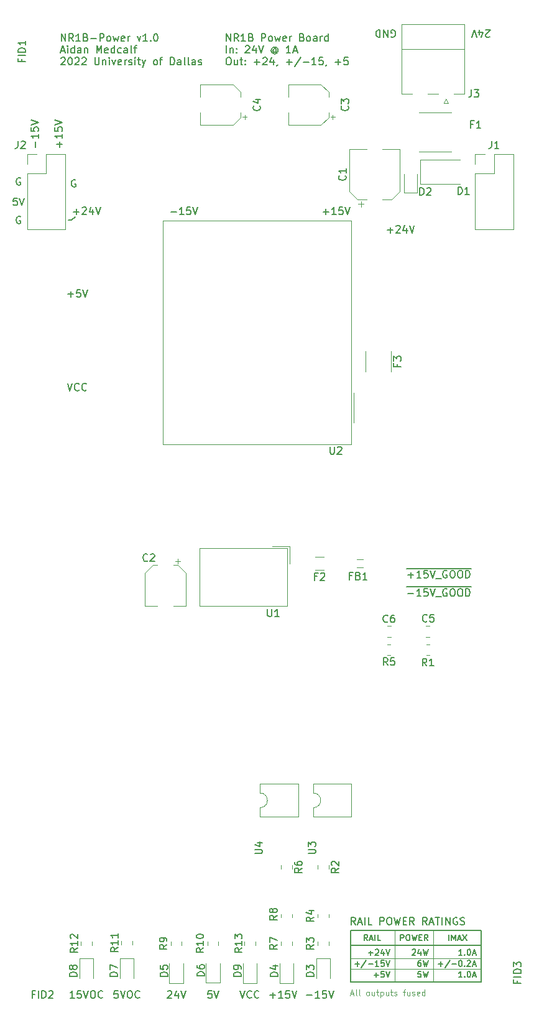
<source format=gbr>
%TF.GenerationSoftware,KiCad,Pcbnew,(6.0.7-1)-1*%
%TF.CreationDate,2022-08-23T12:38:48-05:00*%
%TF.ProjectId,NR1B-Power,4e523142-2d50-46f7-9765-722e6b696361,rev?*%
%TF.SameCoordinates,Original*%
%TF.FileFunction,Legend,Top*%
%TF.FilePolarity,Positive*%
%FSLAX46Y46*%
G04 Gerber Fmt 4.6, Leading zero omitted, Abs format (unit mm)*
G04 Created by KiCad (PCBNEW (6.0.7-1)-1) date 2022-08-23 12:38:48*
%MOMM*%
%LPD*%
G01*
G04 APERTURE LIST*
%ADD10C,0.100000*%
%ADD11C,0.150000*%
%ADD12C,0.125000*%
%ADD13C,0.120000*%
G04 APERTURE END LIST*
D10*
X223500000Y-207500000D02*
X205750000Y-207500000D01*
X217000000Y-205750000D02*
X217000000Y-210750000D01*
D11*
X205750000Y-203750000D02*
X223500000Y-203750000D01*
D10*
X217000000Y-205750000D02*
X217000000Y-203750000D01*
X205750000Y-209000000D02*
X223500000Y-209000000D01*
D11*
X205750000Y-205750000D02*
X205750000Y-203750000D01*
X223500000Y-210750000D02*
X223500000Y-205750000D01*
D10*
X211750000Y-205750000D02*
X211750000Y-210750000D01*
D11*
X223500000Y-205750000D02*
X205750000Y-205750000D01*
X223500000Y-203750000D02*
X223500000Y-205750000D01*
D10*
X211750000Y-205750000D02*
X211750000Y-203750000D01*
D11*
X205750000Y-205750000D02*
X205750000Y-210750000D01*
X167750000Y-107000000D02*
X168250000Y-106500000D01*
X167250000Y-107000000D02*
X167750000Y-107000000D01*
X205750000Y-210750000D02*
X223500000Y-210750000D01*
X166071428Y-97011904D02*
X166071428Y-96250000D01*
X166452380Y-96630952D02*
X165690476Y-96630952D01*
X166452380Y-95250000D02*
X166452380Y-95821428D01*
X166452380Y-95535714D02*
X165452380Y-95535714D01*
X165595238Y-95630952D01*
X165690476Y-95726190D01*
X165738095Y-95821428D01*
X165452380Y-94345238D02*
X165452380Y-94821428D01*
X165928571Y-94869047D01*
X165880952Y-94821428D01*
X165833333Y-94726190D01*
X165833333Y-94488095D01*
X165880952Y-94392857D01*
X165928571Y-94345238D01*
X166023809Y-94297619D01*
X166261904Y-94297619D01*
X166357142Y-94345238D01*
X166404761Y-94392857D01*
X166452380Y-94488095D01*
X166452380Y-94726190D01*
X166404761Y-94821428D01*
X166357142Y-94869047D01*
X165452380Y-94011904D02*
X166452380Y-93678571D01*
X165452380Y-93345238D01*
X190666666Y-211952380D02*
X191000000Y-212952380D01*
X191333333Y-211952380D01*
X192238095Y-212857142D02*
X192190476Y-212904761D01*
X192047619Y-212952380D01*
X191952380Y-212952380D01*
X191809523Y-212904761D01*
X191714285Y-212809523D01*
X191666666Y-212714285D01*
X191619047Y-212523809D01*
X191619047Y-212380952D01*
X191666666Y-212190476D01*
X191714285Y-212095238D01*
X191809523Y-212000000D01*
X191952380Y-211952380D01*
X192047619Y-211952380D01*
X192190476Y-212000000D01*
X192238095Y-212047619D01*
X193238095Y-212857142D02*
X193190476Y-212904761D01*
X193047619Y-212952380D01*
X192952380Y-212952380D01*
X192809523Y-212904761D01*
X192714285Y-212809523D01*
X192666666Y-212714285D01*
X192619047Y-212523809D01*
X192619047Y-212380952D01*
X192666666Y-212190476D01*
X192714285Y-212095238D01*
X192809523Y-212000000D01*
X192952380Y-211952380D01*
X193047619Y-211952380D01*
X193190476Y-212000000D01*
X193238095Y-212047619D01*
X181238095Y-105821428D02*
X182000000Y-105821428D01*
X183000000Y-106202380D02*
X182428571Y-106202380D01*
X182714285Y-106202380D02*
X182714285Y-105202380D01*
X182619047Y-105345238D01*
X182523809Y-105440476D01*
X182428571Y-105488095D01*
X183904761Y-105202380D02*
X183428571Y-105202380D01*
X183380952Y-105678571D01*
X183428571Y-105630952D01*
X183523809Y-105583333D01*
X183761904Y-105583333D01*
X183857142Y-105630952D01*
X183904761Y-105678571D01*
X183952380Y-105773809D01*
X183952380Y-106011904D01*
X183904761Y-106107142D01*
X183857142Y-106154761D01*
X183761904Y-106202380D01*
X183523809Y-106202380D01*
X183428571Y-106154761D01*
X183380952Y-106107142D01*
X184238095Y-105202380D02*
X184571428Y-106202380D01*
X184904761Y-105202380D01*
X219100119Y-205111904D02*
X219100119Y-204311904D01*
X219481071Y-205111904D02*
X219481071Y-204311904D01*
X219747738Y-204883333D01*
X220014404Y-204311904D01*
X220014404Y-205111904D01*
X220357261Y-204883333D02*
X220738214Y-204883333D01*
X220281071Y-205111904D02*
X220547738Y-204311904D01*
X220814404Y-205111904D01*
X221004880Y-204311904D02*
X221538214Y-205111904D01*
X221538214Y-204311904D02*
X221004880Y-205111904D01*
X166335595Y-82592380D02*
X166335595Y-81592380D01*
X166907023Y-82592380D01*
X166907023Y-81592380D01*
X167954642Y-82592380D02*
X167621309Y-82116190D01*
X167383214Y-82592380D02*
X167383214Y-81592380D01*
X167764166Y-81592380D01*
X167859404Y-81640000D01*
X167907023Y-81687619D01*
X167954642Y-81782857D01*
X167954642Y-81925714D01*
X167907023Y-82020952D01*
X167859404Y-82068571D01*
X167764166Y-82116190D01*
X167383214Y-82116190D01*
X168907023Y-82592380D02*
X168335595Y-82592380D01*
X168621309Y-82592380D02*
X168621309Y-81592380D01*
X168526071Y-81735238D01*
X168430833Y-81830476D01*
X168335595Y-81878095D01*
X169668928Y-82068571D02*
X169811785Y-82116190D01*
X169859404Y-82163809D01*
X169907023Y-82259047D01*
X169907023Y-82401904D01*
X169859404Y-82497142D01*
X169811785Y-82544761D01*
X169716547Y-82592380D01*
X169335595Y-82592380D01*
X169335595Y-81592380D01*
X169668928Y-81592380D01*
X169764166Y-81640000D01*
X169811785Y-81687619D01*
X169859404Y-81782857D01*
X169859404Y-81878095D01*
X169811785Y-81973333D01*
X169764166Y-82020952D01*
X169668928Y-82068571D01*
X169335595Y-82068571D01*
X170335595Y-82211428D02*
X171097500Y-82211428D01*
X171573690Y-82592380D02*
X171573690Y-81592380D01*
X171954642Y-81592380D01*
X172049880Y-81640000D01*
X172097500Y-81687619D01*
X172145119Y-81782857D01*
X172145119Y-81925714D01*
X172097500Y-82020952D01*
X172049880Y-82068571D01*
X171954642Y-82116190D01*
X171573690Y-82116190D01*
X172716547Y-82592380D02*
X172621309Y-82544761D01*
X172573690Y-82497142D01*
X172526071Y-82401904D01*
X172526071Y-82116190D01*
X172573690Y-82020952D01*
X172621309Y-81973333D01*
X172716547Y-81925714D01*
X172859404Y-81925714D01*
X172954642Y-81973333D01*
X173002261Y-82020952D01*
X173049880Y-82116190D01*
X173049880Y-82401904D01*
X173002261Y-82497142D01*
X172954642Y-82544761D01*
X172859404Y-82592380D01*
X172716547Y-82592380D01*
X173383214Y-81925714D02*
X173573690Y-82592380D01*
X173764166Y-82116190D01*
X173954642Y-82592380D01*
X174145119Y-81925714D01*
X174907023Y-82544761D02*
X174811785Y-82592380D01*
X174621309Y-82592380D01*
X174526071Y-82544761D01*
X174478452Y-82449523D01*
X174478452Y-82068571D01*
X174526071Y-81973333D01*
X174621309Y-81925714D01*
X174811785Y-81925714D01*
X174907023Y-81973333D01*
X174954642Y-82068571D01*
X174954642Y-82163809D01*
X174478452Y-82259047D01*
X175383214Y-82592380D02*
X175383214Y-81925714D01*
X175383214Y-82116190D02*
X175430833Y-82020952D01*
X175478452Y-81973333D01*
X175573690Y-81925714D01*
X175668928Y-81925714D01*
X176668928Y-81925714D02*
X176907023Y-82592380D01*
X177145119Y-81925714D01*
X178049880Y-82592380D02*
X177478452Y-82592380D01*
X177764166Y-82592380D02*
X177764166Y-81592380D01*
X177668928Y-81735238D01*
X177573690Y-81830476D01*
X177478452Y-81878095D01*
X178478452Y-82497142D02*
X178526071Y-82544761D01*
X178478452Y-82592380D01*
X178430833Y-82544761D01*
X178478452Y-82497142D01*
X178478452Y-82592380D01*
X179145119Y-81592380D02*
X179240357Y-81592380D01*
X179335595Y-81640000D01*
X179383214Y-81687619D01*
X179430833Y-81782857D01*
X179478452Y-81973333D01*
X179478452Y-82211428D01*
X179430833Y-82401904D01*
X179383214Y-82497142D01*
X179335595Y-82544761D01*
X179240357Y-82592380D01*
X179145119Y-82592380D01*
X179049880Y-82544761D01*
X179002261Y-82497142D01*
X178954642Y-82401904D01*
X178907023Y-82211428D01*
X178907023Y-81973333D01*
X178954642Y-81782857D01*
X179002261Y-81687619D01*
X179049880Y-81640000D01*
X179145119Y-81592380D01*
X166287976Y-83916666D02*
X166764166Y-83916666D01*
X166192738Y-84202380D02*
X166526071Y-83202380D01*
X166859404Y-84202380D01*
X167192738Y-84202380D02*
X167192738Y-83535714D01*
X167192738Y-83202380D02*
X167145119Y-83250000D01*
X167192738Y-83297619D01*
X167240357Y-83250000D01*
X167192738Y-83202380D01*
X167192738Y-83297619D01*
X168097500Y-84202380D02*
X168097500Y-83202380D01*
X168097500Y-84154761D02*
X168002261Y-84202380D01*
X167811785Y-84202380D01*
X167716547Y-84154761D01*
X167668928Y-84107142D01*
X167621309Y-84011904D01*
X167621309Y-83726190D01*
X167668928Y-83630952D01*
X167716547Y-83583333D01*
X167811785Y-83535714D01*
X168002261Y-83535714D01*
X168097500Y-83583333D01*
X169002261Y-84202380D02*
X169002261Y-83678571D01*
X168954642Y-83583333D01*
X168859404Y-83535714D01*
X168668928Y-83535714D01*
X168573690Y-83583333D01*
X169002261Y-84154761D02*
X168907023Y-84202380D01*
X168668928Y-84202380D01*
X168573690Y-84154761D01*
X168526071Y-84059523D01*
X168526071Y-83964285D01*
X168573690Y-83869047D01*
X168668928Y-83821428D01*
X168907023Y-83821428D01*
X169002261Y-83773809D01*
X169478452Y-83535714D02*
X169478452Y-84202380D01*
X169478452Y-83630952D02*
X169526071Y-83583333D01*
X169621309Y-83535714D01*
X169764166Y-83535714D01*
X169859404Y-83583333D01*
X169907023Y-83678571D01*
X169907023Y-84202380D01*
X171145119Y-84202380D02*
X171145119Y-83202380D01*
X171478452Y-83916666D01*
X171811785Y-83202380D01*
X171811785Y-84202380D01*
X172668928Y-84154761D02*
X172573690Y-84202380D01*
X172383214Y-84202380D01*
X172287976Y-84154761D01*
X172240357Y-84059523D01*
X172240357Y-83678571D01*
X172287976Y-83583333D01*
X172383214Y-83535714D01*
X172573690Y-83535714D01*
X172668928Y-83583333D01*
X172716547Y-83678571D01*
X172716547Y-83773809D01*
X172240357Y-83869047D01*
X173573690Y-84202380D02*
X173573690Y-83202380D01*
X173573690Y-84154761D02*
X173478452Y-84202380D01*
X173287976Y-84202380D01*
X173192738Y-84154761D01*
X173145119Y-84107142D01*
X173097500Y-84011904D01*
X173097500Y-83726190D01*
X173145119Y-83630952D01*
X173192738Y-83583333D01*
X173287976Y-83535714D01*
X173478452Y-83535714D01*
X173573690Y-83583333D01*
X174478452Y-84154761D02*
X174383214Y-84202380D01*
X174192738Y-84202380D01*
X174097500Y-84154761D01*
X174049880Y-84107142D01*
X174002261Y-84011904D01*
X174002261Y-83726190D01*
X174049880Y-83630952D01*
X174097500Y-83583333D01*
X174192738Y-83535714D01*
X174383214Y-83535714D01*
X174478452Y-83583333D01*
X175335595Y-84202380D02*
X175335595Y-83678571D01*
X175287976Y-83583333D01*
X175192738Y-83535714D01*
X175002261Y-83535714D01*
X174907023Y-83583333D01*
X175335595Y-84154761D02*
X175240357Y-84202380D01*
X175002261Y-84202380D01*
X174907023Y-84154761D01*
X174859404Y-84059523D01*
X174859404Y-83964285D01*
X174907023Y-83869047D01*
X175002261Y-83821428D01*
X175240357Y-83821428D01*
X175335595Y-83773809D01*
X175954642Y-84202380D02*
X175859404Y-84154761D01*
X175811785Y-84059523D01*
X175811785Y-83202380D01*
X176192738Y-83535714D02*
X176573690Y-83535714D01*
X176335595Y-84202380D02*
X176335595Y-83345238D01*
X176383214Y-83250000D01*
X176478452Y-83202380D01*
X176573690Y-83202380D01*
X166287976Y-84907619D02*
X166335595Y-84860000D01*
X166430833Y-84812380D01*
X166668928Y-84812380D01*
X166764166Y-84860000D01*
X166811785Y-84907619D01*
X166859404Y-85002857D01*
X166859404Y-85098095D01*
X166811785Y-85240952D01*
X166240357Y-85812380D01*
X166859404Y-85812380D01*
X167478452Y-84812380D02*
X167573690Y-84812380D01*
X167668928Y-84860000D01*
X167716547Y-84907619D01*
X167764166Y-85002857D01*
X167811785Y-85193333D01*
X167811785Y-85431428D01*
X167764166Y-85621904D01*
X167716547Y-85717142D01*
X167668928Y-85764761D01*
X167573690Y-85812380D01*
X167478452Y-85812380D01*
X167383214Y-85764761D01*
X167335595Y-85717142D01*
X167287976Y-85621904D01*
X167240357Y-85431428D01*
X167240357Y-85193333D01*
X167287976Y-85002857D01*
X167335595Y-84907619D01*
X167383214Y-84860000D01*
X167478452Y-84812380D01*
X168192738Y-84907619D02*
X168240357Y-84860000D01*
X168335595Y-84812380D01*
X168573690Y-84812380D01*
X168668928Y-84860000D01*
X168716547Y-84907619D01*
X168764166Y-85002857D01*
X168764166Y-85098095D01*
X168716547Y-85240952D01*
X168145119Y-85812380D01*
X168764166Y-85812380D01*
X169145119Y-84907619D02*
X169192738Y-84860000D01*
X169287976Y-84812380D01*
X169526071Y-84812380D01*
X169621309Y-84860000D01*
X169668928Y-84907619D01*
X169716547Y-85002857D01*
X169716547Y-85098095D01*
X169668928Y-85240952D01*
X169097500Y-85812380D01*
X169716547Y-85812380D01*
X170907023Y-84812380D02*
X170907023Y-85621904D01*
X170954642Y-85717142D01*
X171002261Y-85764761D01*
X171097500Y-85812380D01*
X171287976Y-85812380D01*
X171383214Y-85764761D01*
X171430833Y-85717142D01*
X171478452Y-85621904D01*
X171478452Y-84812380D01*
X171954642Y-85145714D02*
X171954642Y-85812380D01*
X171954642Y-85240952D02*
X172002261Y-85193333D01*
X172097500Y-85145714D01*
X172240357Y-85145714D01*
X172335595Y-85193333D01*
X172383214Y-85288571D01*
X172383214Y-85812380D01*
X172859404Y-85812380D02*
X172859404Y-85145714D01*
X172859404Y-84812380D02*
X172811785Y-84860000D01*
X172859404Y-84907619D01*
X172907023Y-84860000D01*
X172859404Y-84812380D01*
X172859404Y-84907619D01*
X173240357Y-85145714D02*
X173478452Y-85812380D01*
X173716547Y-85145714D01*
X174478452Y-85764761D02*
X174383214Y-85812380D01*
X174192738Y-85812380D01*
X174097500Y-85764761D01*
X174049880Y-85669523D01*
X174049880Y-85288571D01*
X174097500Y-85193333D01*
X174192738Y-85145714D01*
X174383214Y-85145714D01*
X174478452Y-85193333D01*
X174526071Y-85288571D01*
X174526071Y-85383809D01*
X174049880Y-85479047D01*
X174954642Y-85812380D02*
X174954642Y-85145714D01*
X174954642Y-85336190D02*
X175002261Y-85240952D01*
X175049880Y-85193333D01*
X175145119Y-85145714D01*
X175240357Y-85145714D01*
X175526071Y-85764761D02*
X175621309Y-85812380D01*
X175811785Y-85812380D01*
X175907023Y-85764761D01*
X175954642Y-85669523D01*
X175954642Y-85621904D01*
X175907023Y-85526666D01*
X175811785Y-85479047D01*
X175668928Y-85479047D01*
X175573690Y-85431428D01*
X175526071Y-85336190D01*
X175526071Y-85288571D01*
X175573690Y-85193333D01*
X175668928Y-85145714D01*
X175811785Y-85145714D01*
X175907023Y-85193333D01*
X176383214Y-85812380D02*
X176383214Y-85145714D01*
X176383214Y-84812380D02*
X176335595Y-84860000D01*
X176383214Y-84907619D01*
X176430833Y-84860000D01*
X176383214Y-84812380D01*
X176383214Y-84907619D01*
X176716547Y-85145714D02*
X177097500Y-85145714D01*
X176859404Y-84812380D02*
X176859404Y-85669523D01*
X176907023Y-85764761D01*
X177002261Y-85812380D01*
X177097500Y-85812380D01*
X177335595Y-85145714D02*
X177573690Y-85812380D01*
X177811785Y-85145714D02*
X177573690Y-85812380D01*
X177478452Y-86050476D01*
X177430833Y-86098095D01*
X177335595Y-86145714D01*
X179097500Y-85812380D02*
X179002261Y-85764761D01*
X178954642Y-85717142D01*
X178907023Y-85621904D01*
X178907023Y-85336190D01*
X178954642Y-85240952D01*
X179002261Y-85193333D01*
X179097500Y-85145714D01*
X179240357Y-85145714D01*
X179335595Y-85193333D01*
X179383214Y-85240952D01*
X179430833Y-85336190D01*
X179430833Y-85621904D01*
X179383214Y-85717142D01*
X179335595Y-85764761D01*
X179240357Y-85812380D01*
X179097500Y-85812380D01*
X179716547Y-85145714D02*
X180097500Y-85145714D01*
X179859404Y-85812380D02*
X179859404Y-84955238D01*
X179907023Y-84860000D01*
X180002261Y-84812380D01*
X180097500Y-84812380D01*
X181192738Y-85812380D02*
X181192738Y-84812380D01*
X181430833Y-84812380D01*
X181573690Y-84860000D01*
X181668928Y-84955238D01*
X181716547Y-85050476D01*
X181764166Y-85240952D01*
X181764166Y-85383809D01*
X181716547Y-85574285D01*
X181668928Y-85669523D01*
X181573690Y-85764761D01*
X181430833Y-85812380D01*
X181192738Y-85812380D01*
X182621309Y-85812380D02*
X182621309Y-85288571D01*
X182573690Y-85193333D01*
X182478452Y-85145714D01*
X182287976Y-85145714D01*
X182192738Y-85193333D01*
X182621309Y-85764761D02*
X182526071Y-85812380D01*
X182287976Y-85812380D01*
X182192738Y-85764761D01*
X182145119Y-85669523D01*
X182145119Y-85574285D01*
X182192738Y-85479047D01*
X182287976Y-85431428D01*
X182526071Y-85431428D01*
X182621309Y-85383809D01*
X183240357Y-85812380D02*
X183145119Y-85764761D01*
X183097500Y-85669523D01*
X183097500Y-84812380D01*
X183764166Y-85812380D02*
X183668928Y-85764761D01*
X183621309Y-85669523D01*
X183621309Y-84812380D01*
X184573690Y-85812380D02*
X184573690Y-85288571D01*
X184526071Y-85193333D01*
X184430833Y-85145714D01*
X184240357Y-85145714D01*
X184145119Y-85193333D01*
X184573690Y-85764761D02*
X184478452Y-85812380D01*
X184240357Y-85812380D01*
X184145119Y-85764761D01*
X184097500Y-85669523D01*
X184097500Y-85574285D01*
X184145119Y-85479047D01*
X184240357Y-85431428D01*
X184478452Y-85431428D01*
X184573690Y-85383809D01*
X185002261Y-85764761D02*
X185097500Y-85812380D01*
X185287976Y-85812380D01*
X185383214Y-85764761D01*
X185430833Y-85669523D01*
X185430833Y-85621904D01*
X185383214Y-85526666D01*
X185287976Y-85479047D01*
X185145119Y-85479047D01*
X185049880Y-85431428D01*
X185002261Y-85336190D01*
X185002261Y-85288571D01*
X185049880Y-85193333D01*
X185145119Y-85145714D01*
X185287976Y-85145714D01*
X185383214Y-85193333D01*
X220921547Y-207111904D02*
X220464404Y-207111904D01*
X220692976Y-207111904D02*
X220692976Y-206311904D01*
X220616785Y-206426190D01*
X220540595Y-206502380D01*
X220464404Y-206540476D01*
X221264404Y-207035714D02*
X221302500Y-207073809D01*
X221264404Y-207111904D01*
X221226309Y-207073809D01*
X221264404Y-207035714D01*
X221264404Y-207111904D01*
X221797738Y-206311904D02*
X221873928Y-206311904D01*
X221950119Y-206350000D01*
X221988214Y-206388095D01*
X222026309Y-206464285D01*
X222064404Y-206616666D01*
X222064404Y-206807142D01*
X222026309Y-206959523D01*
X221988214Y-207035714D01*
X221950119Y-207073809D01*
X221873928Y-207111904D01*
X221797738Y-207111904D01*
X221721547Y-207073809D01*
X221683452Y-207035714D01*
X221645357Y-206959523D01*
X221607261Y-206807142D01*
X221607261Y-206616666D01*
X221645357Y-206464285D01*
X221683452Y-206388095D01*
X221721547Y-206350000D01*
X221797738Y-206311904D01*
X222369166Y-206883333D02*
X222750119Y-206883333D01*
X222292976Y-207111904D02*
X222559642Y-206311904D01*
X222826309Y-207111904D01*
X213321428Y-156920000D02*
X214559523Y-156920000D01*
X213559523Y-157821428D02*
X214321428Y-157821428D01*
X214559523Y-156920000D02*
X215511904Y-156920000D01*
X215321428Y-158202380D02*
X214750000Y-158202380D01*
X215035714Y-158202380D02*
X215035714Y-157202380D01*
X214940476Y-157345238D01*
X214845238Y-157440476D01*
X214750000Y-157488095D01*
X215511904Y-156920000D02*
X216464285Y-156920000D01*
X216226190Y-157202380D02*
X215750000Y-157202380D01*
X215702380Y-157678571D01*
X215750000Y-157630952D01*
X215845238Y-157583333D01*
X216083333Y-157583333D01*
X216178571Y-157630952D01*
X216226190Y-157678571D01*
X216273809Y-157773809D01*
X216273809Y-158011904D01*
X216226190Y-158107142D01*
X216178571Y-158154761D01*
X216083333Y-158202380D01*
X215845238Y-158202380D01*
X215750000Y-158154761D01*
X215702380Y-158107142D01*
X216464285Y-156920000D02*
X217321428Y-156920000D01*
X216559523Y-157202380D02*
X216892857Y-158202380D01*
X217226190Y-157202380D01*
X217321428Y-156920000D02*
X218083333Y-156920000D01*
X217321428Y-158297619D02*
X218083333Y-158297619D01*
X218083333Y-156920000D02*
X219083333Y-156920000D01*
X218845238Y-157250000D02*
X218750000Y-157202380D01*
X218607142Y-157202380D01*
X218464285Y-157250000D01*
X218369047Y-157345238D01*
X218321428Y-157440476D01*
X218273809Y-157630952D01*
X218273809Y-157773809D01*
X218321428Y-157964285D01*
X218369047Y-158059523D01*
X218464285Y-158154761D01*
X218607142Y-158202380D01*
X218702380Y-158202380D01*
X218845238Y-158154761D01*
X218892857Y-158107142D01*
X218892857Y-157773809D01*
X218702380Y-157773809D01*
X219083333Y-156920000D02*
X220130952Y-156920000D01*
X219511904Y-157202380D02*
X219702380Y-157202380D01*
X219797619Y-157250000D01*
X219892857Y-157345238D01*
X219940476Y-157535714D01*
X219940476Y-157869047D01*
X219892857Y-158059523D01*
X219797619Y-158154761D01*
X219702380Y-158202380D01*
X219511904Y-158202380D01*
X219416666Y-158154761D01*
X219321428Y-158059523D01*
X219273809Y-157869047D01*
X219273809Y-157535714D01*
X219321428Y-157345238D01*
X219416666Y-157250000D01*
X219511904Y-157202380D01*
X220130952Y-156920000D02*
X221178571Y-156920000D01*
X220559523Y-157202380D02*
X220750000Y-157202380D01*
X220845238Y-157250000D01*
X220940476Y-157345238D01*
X220988095Y-157535714D01*
X220988095Y-157869047D01*
X220940476Y-158059523D01*
X220845238Y-158154761D01*
X220750000Y-158202380D01*
X220559523Y-158202380D01*
X220464285Y-158154761D01*
X220369047Y-158059523D01*
X220321428Y-157869047D01*
X220321428Y-157535714D01*
X220369047Y-157345238D01*
X220464285Y-157250000D01*
X220559523Y-157202380D01*
X221178571Y-156920000D02*
X222178571Y-156920000D01*
X221416666Y-158202380D02*
X221416666Y-157202380D01*
X221654761Y-157202380D01*
X221797619Y-157250000D01*
X221892857Y-157345238D01*
X221940476Y-157440476D01*
X221988095Y-157630952D01*
X221988095Y-157773809D01*
X221940476Y-157964285D01*
X221892857Y-158059523D01*
X221797619Y-158154761D01*
X221654761Y-158202380D01*
X221416666Y-158202380D01*
D12*
X205733630Y-212383333D02*
X206114583Y-212383333D01*
X205657440Y-212611904D02*
X205924107Y-211811904D01*
X206190773Y-212611904D01*
X206571726Y-212611904D02*
X206495535Y-212573809D01*
X206457440Y-212497619D01*
X206457440Y-211811904D01*
X206990773Y-212611904D02*
X206914583Y-212573809D01*
X206876488Y-212497619D01*
X206876488Y-211811904D01*
X208019345Y-212611904D02*
X207943154Y-212573809D01*
X207905059Y-212535714D01*
X207866964Y-212459523D01*
X207866964Y-212230952D01*
X207905059Y-212154761D01*
X207943154Y-212116666D01*
X208019345Y-212078571D01*
X208133630Y-212078571D01*
X208209821Y-212116666D01*
X208247916Y-212154761D01*
X208286011Y-212230952D01*
X208286011Y-212459523D01*
X208247916Y-212535714D01*
X208209821Y-212573809D01*
X208133630Y-212611904D01*
X208019345Y-212611904D01*
X208971726Y-212078571D02*
X208971726Y-212611904D01*
X208628869Y-212078571D02*
X208628869Y-212497619D01*
X208666964Y-212573809D01*
X208743154Y-212611904D01*
X208857440Y-212611904D01*
X208933630Y-212573809D01*
X208971726Y-212535714D01*
X209238392Y-212078571D02*
X209543154Y-212078571D01*
X209352678Y-211811904D02*
X209352678Y-212497619D01*
X209390773Y-212573809D01*
X209466964Y-212611904D01*
X209543154Y-212611904D01*
X209809821Y-212078571D02*
X209809821Y-212878571D01*
X209809821Y-212116666D02*
X209886011Y-212078571D01*
X210038392Y-212078571D01*
X210114583Y-212116666D01*
X210152678Y-212154761D01*
X210190773Y-212230952D01*
X210190773Y-212459523D01*
X210152678Y-212535714D01*
X210114583Y-212573809D01*
X210038392Y-212611904D01*
X209886011Y-212611904D01*
X209809821Y-212573809D01*
X210876488Y-212078571D02*
X210876488Y-212611904D01*
X210533630Y-212078571D02*
X210533630Y-212497619D01*
X210571726Y-212573809D01*
X210647916Y-212611904D01*
X210762202Y-212611904D01*
X210838392Y-212573809D01*
X210876488Y-212535714D01*
X211143154Y-212078571D02*
X211447916Y-212078571D01*
X211257440Y-211811904D02*
X211257440Y-212497619D01*
X211295535Y-212573809D01*
X211371726Y-212611904D01*
X211447916Y-212611904D01*
X211676488Y-212573809D02*
X211752678Y-212611904D01*
X211905059Y-212611904D01*
X211981250Y-212573809D01*
X212019345Y-212497619D01*
X212019345Y-212459523D01*
X211981250Y-212383333D01*
X211905059Y-212345238D01*
X211790773Y-212345238D01*
X211714583Y-212307142D01*
X211676488Y-212230952D01*
X211676488Y-212192857D01*
X211714583Y-212116666D01*
X211790773Y-212078571D01*
X211905059Y-212078571D01*
X211981250Y-212116666D01*
X212857440Y-212078571D02*
X213162202Y-212078571D01*
X212971726Y-212611904D02*
X212971726Y-211926190D01*
X213009821Y-211850000D01*
X213086011Y-211811904D01*
X213162202Y-211811904D01*
X213771726Y-212078571D02*
X213771726Y-212611904D01*
X213428869Y-212078571D02*
X213428869Y-212497619D01*
X213466964Y-212573809D01*
X213543154Y-212611904D01*
X213657440Y-212611904D01*
X213733630Y-212573809D01*
X213771726Y-212535714D01*
X214114583Y-212573809D02*
X214190773Y-212611904D01*
X214343154Y-212611904D01*
X214419345Y-212573809D01*
X214457440Y-212497619D01*
X214457440Y-212459523D01*
X214419345Y-212383333D01*
X214343154Y-212345238D01*
X214228869Y-212345238D01*
X214152678Y-212307142D01*
X214114583Y-212230952D01*
X214114583Y-212192857D01*
X214152678Y-212116666D01*
X214228869Y-212078571D01*
X214343154Y-212078571D01*
X214419345Y-212116666D01*
X215105059Y-212573809D02*
X215028869Y-212611904D01*
X214876488Y-212611904D01*
X214800297Y-212573809D01*
X214762202Y-212497619D01*
X214762202Y-212192857D01*
X214800297Y-212116666D01*
X214876488Y-212078571D01*
X215028869Y-212078571D01*
X215105059Y-212116666D01*
X215143154Y-212192857D01*
X215143154Y-212269047D01*
X214762202Y-212345238D01*
X215828869Y-212611904D02*
X215828869Y-211811904D01*
X215828869Y-212573809D02*
X215752678Y-212611904D01*
X215600297Y-212611904D01*
X215524107Y-212573809D01*
X215486011Y-212535714D01*
X215447916Y-212459523D01*
X215447916Y-212230952D01*
X215486011Y-212154761D01*
X215524107Y-212116666D01*
X215600297Y-212078571D01*
X215752678Y-212078571D01*
X215828869Y-212116666D01*
D11*
X180809523Y-212047619D02*
X180857142Y-212000000D01*
X180952380Y-211952380D01*
X181190476Y-211952380D01*
X181285714Y-212000000D01*
X181333333Y-212047619D01*
X181380952Y-212142857D01*
X181380952Y-212238095D01*
X181333333Y-212380952D01*
X180761904Y-212952380D01*
X181380952Y-212952380D01*
X182238095Y-212285714D02*
X182238095Y-212952380D01*
X182000000Y-211904761D02*
X181761904Y-212619047D01*
X182380952Y-212619047D01*
X182619047Y-211952380D02*
X182952380Y-212952380D01*
X183285714Y-211952380D01*
X215259642Y-207811904D02*
X215107261Y-207811904D01*
X215031071Y-207850000D01*
X214992976Y-207888095D01*
X214916785Y-208002380D01*
X214878690Y-208154761D01*
X214878690Y-208459523D01*
X214916785Y-208535714D01*
X214954880Y-208573809D01*
X215031071Y-208611904D01*
X215183452Y-208611904D01*
X215259642Y-208573809D01*
X215297738Y-208535714D01*
X215335833Y-208459523D01*
X215335833Y-208269047D01*
X215297738Y-208192857D01*
X215259642Y-208154761D01*
X215183452Y-208116666D01*
X215031071Y-208116666D01*
X214954880Y-208154761D01*
X214916785Y-208192857D01*
X214878690Y-208269047D01*
X215602500Y-207811904D02*
X215792976Y-208611904D01*
X215945357Y-208040476D01*
X216097738Y-208611904D01*
X216288214Y-207811904D01*
X174035714Y-211952380D02*
X173559523Y-211952380D01*
X173511904Y-212428571D01*
X173559523Y-212380952D01*
X173654761Y-212333333D01*
X173892857Y-212333333D01*
X173988095Y-212380952D01*
X174035714Y-212428571D01*
X174083333Y-212523809D01*
X174083333Y-212761904D01*
X174035714Y-212857142D01*
X173988095Y-212904761D01*
X173892857Y-212952380D01*
X173654761Y-212952380D01*
X173559523Y-212904761D01*
X173511904Y-212857142D01*
X174369047Y-211952380D02*
X174702380Y-212952380D01*
X175035714Y-211952380D01*
X175559523Y-211952380D02*
X175750000Y-211952380D01*
X175845238Y-212000000D01*
X175940476Y-212095238D01*
X175988095Y-212285714D01*
X175988095Y-212619047D01*
X175940476Y-212809523D01*
X175845238Y-212904761D01*
X175750000Y-212952380D01*
X175559523Y-212952380D01*
X175464285Y-212904761D01*
X175369047Y-212809523D01*
X175321428Y-212619047D01*
X175321428Y-212285714D01*
X175369047Y-212095238D01*
X175464285Y-212000000D01*
X175559523Y-211952380D01*
X176988095Y-212857142D02*
X176940476Y-212904761D01*
X176797619Y-212952380D01*
X176702380Y-212952380D01*
X176559523Y-212904761D01*
X176464285Y-212809523D01*
X176416666Y-212714285D01*
X176369047Y-212523809D01*
X176369047Y-212380952D01*
X176416666Y-212190476D01*
X176464285Y-212095238D01*
X176559523Y-212000000D01*
X176702380Y-211952380D01*
X176797619Y-211952380D01*
X176940476Y-212000000D01*
X176988095Y-212047619D01*
X215297738Y-209311904D02*
X214916785Y-209311904D01*
X214878690Y-209692857D01*
X214916785Y-209654761D01*
X214992976Y-209616666D01*
X215183452Y-209616666D01*
X215259642Y-209654761D01*
X215297738Y-209692857D01*
X215335833Y-209769047D01*
X215335833Y-209959523D01*
X215297738Y-210035714D01*
X215259642Y-210073809D01*
X215183452Y-210111904D01*
X214992976Y-210111904D01*
X214916785Y-210073809D01*
X214878690Y-210035714D01*
X215602500Y-209311904D02*
X215792976Y-210111904D01*
X215945357Y-209540476D01*
X216097738Y-210111904D01*
X216288214Y-209311904D01*
X168107142Y-212952380D02*
X167535714Y-212952380D01*
X167821428Y-212952380D02*
X167821428Y-211952380D01*
X167726190Y-212095238D01*
X167630952Y-212190476D01*
X167535714Y-212238095D01*
X169011904Y-211952380D02*
X168535714Y-211952380D01*
X168488095Y-212428571D01*
X168535714Y-212380952D01*
X168630952Y-212333333D01*
X168869047Y-212333333D01*
X168964285Y-212380952D01*
X169011904Y-212428571D01*
X169059523Y-212523809D01*
X169059523Y-212761904D01*
X169011904Y-212857142D01*
X168964285Y-212904761D01*
X168869047Y-212952380D01*
X168630952Y-212952380D01*
X168535714Y-212904761D01*
X168488095Y-212857142D01*
X169345238Y-211952380D02*
X169678571Y-212952380D01*
X170011904Y-211952380D01*
X170535714Y-211952380D02*
X170726190Y-211952380D01*
X170821428Y-212000000D01*
X170916666Y-212095238D01*
X170964285Y-212285714D01*
X170964285Y-212619047D01*
X170916666Y-212809523D01*
X170821428Y-212904761D01*
X170726190Y-212952380D01*
X170535714Y-212952380D01*
X170440476Y-212904761D01*
X170345238Y-212809523D01*
X170297619Y-212619047D01*
X170297619Y-212285714D01*
X170345238Y-212095238D01*
X170440476Y-212000000D01*
X170535714Y-211952380D01*
X171964285Y-212857142D02*
X171916666Y-212904761D01*
X171773809Y-212952380D01*
X171678571Y-212952380D01*
X171535714Y-212904761D01*
X171440476Y-212809523D01*
X171392857Y-212714285D01*
X171345238Y-212523809D01*
X171345238Y-212380952D01*
X171392857Y-212190476D01*
X171440476Y-212095238D01*
X171535714Y-212000000D01*
X171678571Y-211952380D01*
X171773809Y-211952380D01*
X171916666Y-212000000D01*
X171964285Y-212047619D01*
X220921547Y-210111904D02*
X220464404Y-210111904D01*
X220692976Y-210111904D02*
X220692976Y-209311904D01*
X220616785Y-209426190D01*
X220540595Y-209502380D01*
X220464404Y-209540476D01*
X221264404Y-210035714D02*
X221302500Y-210073809D01*
X221264404Y-210111904D01*
X221226309Y-210073809D01*
X221264404Y-210035714D01*
X221264404Y-210111904D01*
X221797738Y-209311904D02*
X221873928Y-209311904D01*
X221950119Y-209350000D01*
X221988214Y-209388095D01*
X222026309Y-209464285D01*
X222064404Y-209616666D01*
X222064404Y-209807142D01*
X222026309Y-209959523D01*
X221988214Y-210035714D01*
X221950119Y-210073809D01*
X221873928Y-210111904D01*
X221797738Y-210111904D01*
X221721547Y-210073809D01*
X221683452Y-210035714D01*
X221645357Y-209959523D01*
X221607261Y-209807142D01*
X221607261Y-209616666D01*
X221645357Y-209464285D01*
X221683452Y-209388095D01*
X221721547Y-209350000D01*
X221797738Y-209311904D01*
X222369166Y-209883333D02*
X222750119Y-209883333D01*
X222292976Y-210111904D02*
X222559642Y-209311904D01*
X222826309Y-210111904D01*
X211261904Y-82000000D02*
X211357142Y-82047619D01*
X211500000Y-82047619D01*
X211642857Y-82000000D01*
X211738095Y-81904761D01*
X211785714Y-81809523D01*
X211833333Y-81619047D01*
X211833333Y-81476190D01*
X211785714Y-81285714D01*
X211738095Y-81190476D01*
X211642857Y-81095238D01*
X211500000Y-81047619D01*
X211404761Y-81047619D01*
X211261904Y-81095238D01*
X211214285Y-81142857D01*
X211214285Y-81476190D01*
X211404761Y-81476190D01*
X210785714Y-81047619D02*
X210785714Y-82047619D01*
X210214285Y-81047619D01*
X210214285Y-82047619D01*
X209738095Y-81047619D02*
X209738095Y-82047619D01*
X209500000Y-82047619D01*
X209357142Y-82000000D01*
X209261904Y-81904761D01*
X209214285Y-81809523D01*
X209166666Y-81619047D01*
X209166666Y-81476190D01*
X209214285Y-81285714D01*
X209261904Y-81190476D01*
X209357142Y-81095238D01*
X209500000Y-81047619D01*
X209738095Y-81047619D01*
X201988095Y-105821428D02*
X202750000Y-105821428D01*
X202369047Y-106202380D02*
X202369047Y-105440476D01*
X203750000Y-106202380D02*
X203178571Y-106202380D01*
X203464285Y-106202380D02*
X203464285Y-105202380D01*
X203369047Y-105345238D01*
X203273809Y-105440476D01*
X203178571Y-105488095D01*
X204654761Y-105202380D02*
X204178571Y-105202380D01*
X204130952Y-105678571D01*
X204178571Y-105630952D01*
X204273809Y-105583333D01*
X204511904Y-105583333D01*
X204607142Y-105630952D01*
X204654761Y-105678571D01*
X204702380Y-105773809D01*
X204702380Y-106011904D01*
X204654761Y-106107142D01*
X204607142Y-106154761D01*
X204511904Y-106202380D01*
X204273809Y-106202380D01*
X204178571Y-106154761D01*
X204130952Y-106107142D01*
X204988095Y-105202380D02*
X205321428Y-106202380D01*
X205654761Y-105202380D01*
X212516785Y-205111904D02*
X212516785Y-204311904D01*
X212821547Y-204311904D01*
X212897738Y-204350000D01*
X212935833Y-204388095D01*
X212973928Y-204464285D01*
X212973928Y-204578571D01*
X212935833Y-204654761D01*
X212897738Y-204692857D01*
X212821547Y-204730952D01*
X212516785Y-204730952D01*
X213469166Y-204311904D02*
X213621547Y-204311904D01*
X213697738Y-204350000D01*
X213773928Y-204426190D01*
X213812023Y-204578571D01*
X213812023Y-204845238D01*
X213773928Y-204997619D01*
X213697738Y-205073809D01*
X213621547Y-205111904D01*
X213469166Y-205111904D01*
X213392976Y-205073809D01*
X213316785Y-204997619D01*
X213278690Y-204845238D01*
X213278690Y-204578571D01*
X213316785Y-204426190D01*
X213392976Y-204350000D01*
X213469166Y-204311904D01*
X214078690Y-204311904D02*
X214269166Y-205111904D01*
X214421547Y-204540476D01*
X214573928Y-205111904D01*
X214764404Y-204311904D01*
X215069166Y-204692857D02*
X215335833Y-204692857D01*
X215450119Y-205111904D02*
X215069166Y-205111904D01*
X215069166Y-204311904D01*
X215450119Y-204311904D01*
X216250119Y-205111904D02*
X215983452Y-204730952D01*
X215792976Y-205111904D02*
X215792976Y-204311904D01*
X216097738Y-204311904D01*
X216173928Y-204350000D01*
X216212023Y-204388095D01*
X216250119Y-204464285D01*
X216250119Y-204578571D01*
X216212023Y-204654761D01*
X216173928Y-204692857D01*
X216097738Y-204730952D01*
X215792976Y-204730952D01*
X167988095Y-105821428D02*
X168750000Y-105821428D01*
X168369047Y-106202380D02*
X168369047Y-105440476D01*
X169178571Y-105297619D02*
X169226190Y-105250000D01*
X169321428Y-105202380D01*
X169559523Y-105202380D01*
X169654761Y-105250000D01*
X169702380Y-105297619D01*
X169750000Y-105392857D01*
X169750000Y-105488095D01*
X169702380Y-105630952D01*
X169130952Y-106202380D01*
X169750000Y-106202380D01*
X170607142Y-105535714D02*
X170607142Y-106202380D01*
X170369047Y-105154761D02*
X170130952Y-105869047D01*
X170750000Y-105869047D01*
X170988095Y-105202380D02*
X171321428Y-106202380D01*
X171654761Y-105202380D01*
X167166666Y-129202380D02*
X167500000Y-130202380D01*
X167833333Y-129202380D01*
X168738095Y-130107142D02*
X168690476Y-130154761D01*
X168547619Y-130202380D01*
X168452380Y-130202380D01*
X168309523Y-130154761D01*
X168214285Y-130059523D01*
X168166666Y-129964285D01*
X168119047Y-129773809D01*
X168119047Y-129630952D01*
X168166666Y-129440476D01*
X168214285Y-129345238D01*
X168309523Y-129250000D01*
X168452380Y-129202380D01*
X168547619Y-129202380D01*
X168690476Y-129250000D01*
X168738095Y-129297619D01*
X169738095Y-130107142D02*
X169690476Y-130154761D01*
X169547619Y-130202380D01*
X169452380Y-130202380D01*
X169309523Y-130154761D01*
X169214285Y-130059523D01*
X169166666Y-129964285D01*
X169119047Y-129773809D01*
X169119047Y-129630952D01*
X169166666Y-129440476D01*
X169214285Y-129345238D01*
X169309523Y-129250000D01*
X169452380Y-129202380D01*
X169547619Y-129202380D01*
X169690476Y-129250000D01*
X169738095Y-129297619D01*
X160761904Y-101250000D02*
X160666666Y-101202380D01*
X160523809Y-101202380D01*
X160380952Y-101250000D01*
X160285714Y-101345238D01*
X160238095Y-101440476D01*
X160190476Y-101630952D01*
X160190476Y-101773809D01*
X160238095Y-101964285D01*
X160285714Y-102059523D01*
X160380952Y-102154761D01*
X160523809Y-102202380D01*
X160619047Y-102202380D01*
X160761904Y-102154761D01*
X160809523Y-102107142D01*
X160809523Y-101773809D01*
X160619047Y-101773809D01*
X210738095Y-108321428D02*
X211500000Y-108321428D01*
X211119047Y-108702380D02*
X211119047Y-107940476D01*
X211928571Y-107797619D02*
X211976190Y-107750000D01*
X212071428Y-107702380D01*
X212309523Y-107702380D01*
X212404761Y-107750000D01*
X212452380Y-107797619D01*
X212500000Y-107892857D01*
X212500000Y-107988095D01*
X212452380Y-108130952D01*
X211880952Y-108702380D01*
X212500000Y-108702380D01*
X213357142Y-108035714D02*
X213357142Y-108702380D01*
X213119047Y-107654761D02*
X212880952Y-108369047D01*
X213500000Y-108369047D01*
X213738095Y-107702380D02*
X214071428Y-108702380D01*
X214404761Y-107702380D01*
X194738095Y-212571428D02*
X195500000Y-212571428D01*
X195119047Y-212952380D02*
X195119047Y-212190476D01*
X196500000Y-212952380D02*
X195928571Y-212952380D01*
X196214285Y-212952380D02*
X196214285Y-211952380D01*
X196119047Y-212095238D01*
X196023809Y-212190476D01*
X195928571Y-212238095D01*
X197404761Y-211952380D02*
X196928571Y-211952380D01*
X196880952Y-212428571D01*
X196928571Y-212380952D01*
X197023809Y-212333333D01*
X197261904Y-212333333D01*
X197357142Y-212380952D01*
X197404761Y-212428571D01*
X197452380Y-212523809D01*
X197452380Y-212761904D01*
X197404761Y-212857142D01*
X197357142Y-212904761D01*
X197261904Y-212952380D01*
X197023809Y-212952380D01*
X196928571Y-212904761D01*
X196880952Y-212857142D01*
X197738095Y-211952380D02*
X198071428Y-212952380D01*
X198404761Y-211952380D01*
X214116785Y-206388095D02*
X214154880Y-206350000D01*
X214231071Y-206311904D01*
X214421547Y-206311904D01*
X214497738Y-206350000D01*
X214535833Y-206388095D01*
X214573928Y-206464285D01*
X214573928Y-206540476D01*
X214535833Y-206654761D01*
X214078690Y-207111904D01*
X214573928Y-207111904D01*
X215259642Y-206578571D02*
X215259642Y-207111904D01*
X215069166Y-206273809D02*
X214878690Y-206845238D01*
X215373928Y-206845238D01*
X215602500Y-206311904D02*
X215792976Y-207111904D01*
X215945357Y-206540476D01*
X216097738Y-207111904D01*
X216288214Y-206311904D01*
X188835595Y-82592380D02*
X188835595Y-81592380D01*
X189407023Y-82592380D01*
X189407023Y-81592380D01*
X190454642Y-82592380D02*
X190121309Y-82116190D01*
X189883214Y-82592380D02*
X189883214Y-81592380D01*
X190264166Y-81592380D01*
X190359404Y-81640000D01*
X190407023Y-81687619D01*
X190454642Y-81782857D01*
X190454642Y-81925714D01*
X190407023Y-82020952D01*
X190359404Y-82068571D01*
X190264166Y-82116190D01*
X189883214Y-82116190D01*
X191407023Y-82592380D02*
X190835595Y-82592380D01*
X191121309Y-82592380D02*
X191121309Y-81592380D01*
X191026071Y-81735238D01*
X190930833Y-81830476D01*
X190835595Y-81878095D01*
X192168928Y-82068571D02*
X192311785Y-82116190D01*
X192359404Y-82163809D01*
X192407023Y-82259047D01*
X192407023Y-82401904D01*
X192359404Y-82497142D01*
X192311785Y-82544761D01*
X192216547Y-82592380D01*
X191835595Y-82592380D01*
X191835595Y-81592380D01*
X192168928Y-81592380D01*
X192264166Y-81640000D01*
X192311785Y-81687619D01*
X192359404Y-81782857D01*
X192359404Y-81878095D01*
X192311785Y-81973333D01*
X192264166Y-82020952D01*
X192168928Y-82068571D01*
X191835595Y-82068571D01*
X193597500Y-82592380D02*
X193597500Y-81592380D01*
X193978452Y-81592380D01*
X194073690Y-81640000D01*
X194121309Y-81687619D01*
X194168928Y-81782857D01*
X194168928Y-81925714D01*
X194121309Y-82020952D01*
X194073690Y-82068571D01*
X193978452Y-82116190D01*
X193597500Y-82116190D01*
X194740357Y-82592380D02*
X194645119Y-82544761D01*
X194597500Y-82497142D01*
X194549880Y-82401904D01*
X194549880Y-82116190D01*
X194597500Y-82020952D01*
X194645119Y-81973333D01*
X194740357Y-81925714D01*
X194883214Y-81925714D01*
X194978452Y-81973333D01*
X195026071Y-82020952D01*
X195073690Y-82116190D01*
X195073690Y-82401904D01*
X195026071Y-82497142D01*
X194978452Y-82544761D01*
X194883214Y-82592380D01*
X194740357Y-82592380D01*
X195407023Y-81925714D02*
X195597500Y-82592380D01*
X195787976Y-82116190D01*
X195978452Y-82592380D01*
X196168928Y-81925714D01*
X196930833Y-82544761D02*
X196835595Y-82592380D01*
X196645119Y-82592380D01*
X196549880Y-82544761D01*
X196502261Y-82449523D01*
X196502261Y-82068571D01*
X196549880Y-81973333D01*
X196645119Y-81925714D01*
X196835595Y-81925714D01*
X196930833Y-81973333D01*
X196978452Y-82068571D01*
X196978452Y-82163809D01*
X196502261Y-82259047D01*
X197407023Y-82592380D02*
X197407023Y-81925714D01*
X197407023Y-82116190D02*
X197454642Y-82020952D01*
X197502261Y-81973333D01*
X197597500Y-81925714D01*
X197692738Y-81925714D01*
X199121309Y-82068571D02*
X199264166Y-82116190D01*
X199311785Y-82163809D01*
X199359404Y-82259047D01*
X199359404Y-82401904D01*
X199311785Y-82497142D01*
X199264166Y-82544761D01*
X199168928Y-82592380D01*
X198787976Y-82592380D01*
X198787976Y-81592380D01*
X199121309Y-81592380D01*
X199216547Y-81640000D01*
X199264166Y-81687619D01*
X199311785Y-81782857D01*
X199311785Y-81878095D01*
X199264166Y-81973333D01*
X199216547Y-82020952D01*
X199121309Y-82068571D01*
X198787976Y-82068571D01*
X199930833Y-82592380D02*
X199835595Y-82544761D01*
X199787976Y-82497142D01*
X199740357Y-82401904D01*
X199740357Y-82116190D01*
X199787976Y-82020952D01*
X199835595Y-81973333D01*
X199930833Y-81925714D01*
X200073690Y-81925714D01*
X200168928Y-81973333D01*
X200216547Y-82020952D01*
X200264166Y-82116190D01*
X200264166Y-82401904D01*
X200216547Y-82497142D01*
X200168928Y-82544761D01*
X200073690Y-82592380D01*
X199930833Y-82592380D01*
X201121309Y-82592380D02*
X201121309Y-82068571D01*
X201073690Y-81973333D01*
X200978452Y-81925714D01*
X200787976Y-81925714D01*
X200692738Y-81973333D01*
X201121309Y-82544761D02*
X201026071Y-82592380D01*
X200787976Y-82592380D01*
X200692738Y-82544761D01*
X200645119Y-82449523D01*
X200645119Y-82354285D01*
X200692738Y-82259047D01*
X200787976Y-82211428D01*
X201026071Y-82211428D01*
X201121309Y-82163809D01*
X201597500Y-82592380D02*
X201597500Y-81925714D01*
X201597500Y-82116190D02*
X201645119Y-82020952D01*
X201692738Y-81973333D01*
X201787976Y-81925714D01*
X201883214Y-81925714D01*
X202645119Y-82592380D02*
X202645119Y-81592380D01*
X202645119Y-82544761D02*
X202549880Y-82592380D01*
X202359404Y-82592380D01*
X202264166Y-82544761D01*
X202216547Y-82497142D01*
X202168928Y-82401904D01*
X202168928Y-82116190D01*
X202216547Y-82020952D01*
X202264166Y-81973333D01*
X202359404Y-81925714D01*
X202549880Y-81925714D01*
X202645119Y-81973333D01*
X188835595Y-84202380D02*
X188835595Y-83202380D01*
X189311785Y-83535714D02*
X189311785Y-84202380D01*
X189311785Y-83630952D02*
X189359404Y-83583333D01*
X189454642Y-83535714D01*
X189597500Y-83535714D01*
X189692738Y-83583333D01*
X189740357Y-83678571D01*
X189740357Y-84202380D01*
X190216547Y-84107142D02*
X190264166Y-84154761D01*
X190216547Y-84202380D01*
X190168928Y-84154761D01*
X190216547Y-84107142D01*
X190216547Y-84202380D01*
X190216547Y-83583333D02*
X190264166Y-83630952D01*
X190216547Y-83678571D01*
X190168928Y-83630952D01*
X190216547Y-83583333D01*
X190216547Y-83678571D01*
X191407023Y-83297619D02*
X191454642Y-83250000D01*
X191549880Y-83202380D01*
X191787976Y-83202380D01*
X191883214Y-83250000D01*
X191930833Y-83297619D01*
X191978452Y-83392857D01*
X191978452Y-83488095D01*
X191930833Y-83630952D01*
X191359404Y-84202380D01*
X191978452Y-84202380D01*
X192835595Y-83535714D02*
X192835595Y-84202380D01*
X192597500Y-83154761D02*
X192359404Y-83869047D01*
X192978452Y-83869047D01*
X193216547Y-83202380D02*
X193549880Y-84202380D01*
X193883214Y-83202380D01*
X195597500Y-83726190D02*
X195549880Y-83678571D01*
X195454642Y-83630952D01*
X195359404Y-83630952D01*
X195264166Y-83678571D01*
X195216547Y-83726190D01*
X195168928Y-83821428D01*
X195168928Y-83916666D01*
X195216547Y-84011904D01*
X195264166Y-84059523D01*
X195359404Y-84107142D01*
X195454642Y-84107142D01*
X195549880Y-84059523D01*
X195597500Y-84011904D01*
X195597500Y-83630952D02*
X195597500Y-84011904D01*
X195645119Y-84059523D01*
X195692738Y-84059523D01*
X195787976Y-84011904D01*
X195835595Y-83916666D01*
X195835595Y-83678571D01*
X195740357Y-83535714D01*
X195597500Y-83440476D01*
X195407023Y-83392857D01*
X195216547Y-83440476D01*
X195073690Y-83535714D01*
X194978452Y-83678571D01*
X194930833Y-83869047D01*
X194978452Y-84059523D01*
X195073690Y-84202380D01*
X195216547Y-84297619D01*
X195407023Y-84345238D01*
X195597500Y-84297619D01*
X195740357Y-84202380D01*
X197549880Y-84202380D02*
X196978452Y-84202380D01*
X197264166Y-84202380D02*
X197264166Y-83202380D01*
X197168928Y-83345238D01*
X197073690Y-83440476D01*
X196978452Y-83488095D01*
X197930833Y-83916666D02*
X198407023Y-83916666D01*
X197835595Y-84202380D02*
X198168928Y-83202380D01*
X198502261Y-84202380D01*
X189026071Y-84812380D02*
X189216547Y-84812380D01*
X189311785Y-84860000D01*
X189407023Y-84955238D01*
X189454642Y-85145714D01*
X189454642Y-85479047D01*
X189407023Y-85669523D01*
X189311785Y-85764761D01*
X189216547Y-85812380D01*
X189026071Y-85812380D01*
X188930833Y-85764761D01*
X188835595Y-85669523D01*
X188787976Y-85479047D01*
X188787976Y-85145714D01*
X188835595Y-84955238D01*
X188930833Y-84860000D01*
X189026071Y-84812380D01*
X190311785Y-85145714D02*
X190311785Y-85812380D01*
X189883214Y-85145714D02*
X189883214Y-85669523D01*
X189930833Y-85764761D01*
X190026071Y-85812380D01*
X190168928Y-85812380D01*
X190264166Y-85764761D01*
X190311785Y-85717142D01*
X190645119Y-85145714D02*
X191026071Y-85145714D01*
X190787976Y-84812380D02*
X190787976Y-85669523D01*
X190835595Y-85764761D01*
X190930833Y-85812380D01*
X191026071Y-85812380D01*
X191359404Y-85717142D02*
X191407023Y-85764761D01*
X191359404Y-85812380D01*
X191311785Y-85764761D01*
X191359404Y-85717142D01*
X191359404Y-85812380D01*
X191359404Y-85193333D02*
X191407023Y-85240952D01*
X191359404Y-85288571D01*
X191311785Y-85240952D01*
X191359404Y-85193333D01*
X191359404Y-85288571D01*
X192597500Y-85431428D02*
X193359404Y-85431428D01*
X192978452Y-85812380D02*
X192978452Y-85050476D01*
X193787976Y-84907619D02*
X193835595Y-84860000D01*
X193930833Y-84812380D01*
X194168928Y-84812380D01*
X194264166Y-84860000D01*
X194311785Y-84907619D01*
X194359404Y-85002857D01*
X194359404Y-85098095D01*
X194311785Y-85240952D01*
X193740357Y-85812380D01*
X194359404Y-85812380D01*
X195216547Y-85145714D02*
X195216547Y-85812380D01*
X194978452Y-84764761D02*
X194740357Y-85479047D01*
X195359404Y-85479047D01*
X195787976Y-85764761D02*
X195787976Y-85812380D01*
X195740357Y-85907619D01*
X195692738Y-85955238D01*
X196978452Y-85431428D02*
X197740357Y-85431428D01*
X197359404Y-85812380D02*
X197359404Y-85050476D01*
X198930833Y-84764761D02*
X198073690Y-86050476D01*
X199264166Y-85431428D02*
X200026071Y-85431428D01*
X201026071Y-85812380D02*
X200454642Y-85812380D01*
X200740357Y-85812380D02*
X200740357Y-84812380D01*
X200645119Y-84955238D01*
X200549880Y-85050476D01*
X200454642Y-85098095D01*
X201930833Y-84812380D02*
X201454642Y-84812380D01*
X201407023Y-85288571D01*
X201454642Y-85240952D01*
X201549880Y-85193333D01*
X201787976Y-85193333D01*
X201883214Y-85240952D01*
X201930833Y-85288571D01*
X201978452Y-85383809D01*
X201978452Y-85621904D01*
X201930833Y-85717142D01*
X201883214Y-85764761D01*
X201787976Y-85812380D01*
X201549880Y-85812380D01*
X201454642Y-85764761D01*
X201407023Y-85717142D01*
X202454642Y-85764761D02*
X202454642Y-85812380D01*
X202407023Y-85907619D01*
X202359404Y-85955238D01*
X203645119Y-85431428D02*
X204407023Y-85431428D01*
X204026071Y-85812380D02*
X204026071Y-85050476D01*
X205359404Y-84812380D02*
X204883214Y-84812380D01*
X204835595Y-85288571D01*
X204883214Y-85240952D01*
X204978452Y-85193333D01*
X205216547Y-85193333D01*
X205311785Y-85240952D01*
X205359404Y-85288571D01*
X205407023Y-85383809D01*
X205407023Y-85621904D01*
X205359404Y-85717142D01*
X205311785Y-85764761D01*
X205216547Y-85812380D01*
X204978452Y-85812380D01*
X204883214Y-85764761D01*
X204835595Y-85717142D01*
X199738095Y-212571428D02*
X200500000Y-212571428D01*
X201500000Y-212952380D02*
X200928571Y-212952380D01*
X201214285Y-212952380D02*
X201214285Y-211952380D01*
X201119047Y-212095238D01*
X201023809Y-212190476D01*
X200928571Y-212238095D01*
X202404761Y-211952380D02*
X201928571Y-211952380D01*
X201880952Y-212428571D01*
X201928571Y-212380952D01*
X202023809Y-212333333D01*
X202261904Y-212333333D01*
X202357142Y-212380952D01*
X202404761Y-212428571D01*
X202452380Y-212523809D01*
X202452380Y-212761904D01*
X202404761Y-212857142D01*
X202357142Y-212904761D01*
X202261904Y-212952380D01*
X202023809Y-212952380D01*
X201928571Y-212904761D01*
X201880952Y-212857142D01*
X202738095Y-211952380D02*
X203071428Y-212952380D01*
X203404761Y-211952380D01*
X213321428Y-154420000D02*
X214559523Y-154420000D01*
X213559523Y-155321428D02*
X214321428Y-155321428D01*
X213940476Y-155702380D02*
X213940476Y-154940476D01*
X214559523Y-154420000D02*
X215511904Y-154420000D01*
X215321428Y-155702380D02*
X214750000Y-155702380D01*
X215035714Y-155702380D02*
X215035714Y-154702380D01*
X214940476Y-154845238D01*
X214845238Y-154940476D01*
X214750000Y-154988095D01*
X215511904Y-154420000D02*
X216464285Y-154420000D01*
X216226190Y-154702380D02*
X215750000Y-154702380D01*
X215702380Y-155178571D01*
X215750000Y-155130952D01*
X215845238Y-155083333D01*
X216083333Y-155083333D01*
X216178571Y-155130952D01*
X216226190Y-155178571D01*
X216273809Y-155273809D01*
X216273809Y-155511904D01*
X216226190Y-155607142D01*
X216178571Y-155654761D01*
X216083333Y-155702380D01*
X215845238Y-155702380D01*
X215750000Y-155654761D01*
X215702380Y-155607142D01*
X216464285Y-154420000D02*
X217321428Y-154420000D01*
X216559523Y-154702380D02*
X216892857Y-155702380D01*
X217226190Y-154702380D01*
X217321428Y-154420000D02*
X218083333Y-154420000D01*
X217321428Y-155797619D02*
X218083333Y-155797619D01*
X218083333Y-154420000D02*
X219083333Y-154420000D01*
X218845238Y-154750000D02*
X218750000Y-154702380D01*
X218607142Y-154702380D01*
X218464285Y-154750000D01*
X218369047Y-154845238D01*
X218321428Y-154940476D01*
X218273809Y-155130952D01*
X218273809Y-155273809D01*
X218321428Y-155464285D01*
X218369047Y-155559523D01*
X218464285Y-155654761D01*
X218607142Y-155702380D01*
X218702380Y-155702380D01*
X218845238Y-155654761D01*
X218892857Y-155607142D01*
X218892857Y-155273809D01*
X218702380Y-155273809D01*
X219083333Y-154420000D02*
X220130952Y-154420000D01*
X219511904Y-154702380D02*
X219702380Y-154702380D01*
X219797619Y-154750000D01*
X219892857Y-154845238D01*
X219940476Y-155035714D01*
X219940476Y-155369047D01*
X219892857Y-155559523D01*
X219797619Y-155654761D01*
X219702380Y-155702380D01*
X219511904Y-155702380D01*
X219416666Y-155654761D01*
X219321428Y-155559523D01*
X219273809Y-155369047D01*
X219273809Y-155035714D01*
X219321428Y-154845238D01*
X219416666Y-154750000D01*
X219511904Y-154702380D01*
X220130952Y-154420000D02*
X221178571Y-154420000D01*
X220559523Y-154702380D02*
X220750000Y-154702380D01*
X220845238Y-154750000D01*
X220940476Y-154845238D01*
X220988095Y-155035714D01*
X220988095Y-155369047D01*
X220940476Y-155559523D01*
X220845238Y-155654761D01*
X220750000Y-155702380D01*
X220559523Y-155702380D01*
X220464285Y-155654761D01*
X220369047Y-155559523D01*
X220321428Y-155369047D01*
X220321428Y-155035714D01*
X220369047Y-154845238D01*
X220464285Y-154750000D01*
X220559523Y-154702380D01*
X221178571Y-154420000D02*
X222178571Y-154420000D01*
X221416666Y-155702380D02*
X221416666Y-154702380D01*
X221654761Y-154702380D01*
X221797619Y-154750000D01*
X221892857Y-154845238D01*
X221940476Y-154940476D01*
X221988095Y-155130952D01*
X221988095Y-155273809D01*
X221940476Y-155464285D01*
X221892857Y-155559523D01*
X221797619Y-155654761D01*
X221654761Y-155702380D01*
X221416666Y-155702380D01*
X186809523Y-211952380D02*
X186333333Y-211952380D01*
X186285714Y-212428571D01*
X186333333Y-212380952D01*
X186428571Y-212333333D01*
X186666666Y-212333333D01*
X186761904Y-212380952D01*
X186809523Y-212428571D01*
X186857142Y-212523809D01*
X186857142Y-212761904D01*
X186809523Y-212857142D01*
X186761904Y-212904761D01*
X186666666Y-212952380D01*
X186428571Y-212952380D01*
X186333333Y-212904761D01*
X186285714Y-212857142D01*
X187142857Y-211952380D02*
X187476190Y-212952380D01*
X187809523Y-211952380D01*
X217683452Y-208307142D02*
X218292976Y-208307142D01*
X217988214Y-208611904D02*
X217988214Y-208002380D01*
X219245357Y-207773809D02*
X218559642Y-208802380D01*
X219512023Y-208307142D02*
X220121547Y-208307142D01*
X220654880Y-207811904D02*
X220731071Y-207811904D01*
X220807261Y-207850000D01*
X220845357Y-207888095D01*
X220883452Y-207964285D01*
X220921547Y-208116666D01*
X220921547Y-208307142D01*
X220883452Y-208459523D01*
X220845357Y-208535714D01*
X220807261Y-208573809D01*
X220731071Y-208611904D01*
X220654880Y-208611904D01*
X220578690Y-208573809D01*
X220540595Y-208535714D01*
X220502500Y-208459523D01*
X220464404Y-208307142D01*
X220464404Y-208116666D01*
X220502500Y-207964285D01*
X220540595Y-207888095D01*
X220578690Y-207850000D01*
X220654880Y-207811904D01*
X221264404Y-208535714D02*
X221302500Y-208573809D01*
X221264404Y-208611904D01*
X221226309Y-208573809D01*
X221264404Y-208535714D01*
X221264404Y-208611904D01*
X221607261Y-207888095D02*
X221645357Y-207850000D01*
X221721547Y-207811904D01*
X221912023Y-207811904D01*
X221988214Y-207850000D01*
X222026309Y-207888095D01*
X222064404Y-207964285D01*
X222064404Y-208040476D01*
X222026309Y-208154761D01*
X221569166Y-208611904D01*
X222064404Y-208611904D01*
X222369166Y-208383333D02*
X222750119Y-208383333D01*
X222292976Y-208611904D02*
X222559642Y-207811904D01*
X222826309Y-208611904D01*
X206314404Y-208307142D02*
X206923928Y-208307142D01*
X206619166Y-208611904D02*
X206619166Y-208002380D01*
X207876309Y-207773809D02*
X207190595Y-208802380D01*
X208142976Y-208307142D02*
X208752500Y-208307142D01*
X209552500Y-208611904D02*
X209095357Y-208611904D01*
X209323928Y-208611904D02*
X209323928Y-207811904D01*
X209247738Y-207926190D01*
X209171547Y-208002380D01*
X209095357Y-208040476D01*
X210276309Y-207811904D02*
X209895357Y-207811904D01*
X209857261Y-208192857D01*
X209895357Y-208154761D01*
X209971547Y-208116666D01*
X210162023Y-208116666D01*
X210238214Y-208154761D01*
X210276309Y-208192857D01*
X210314404Y-208269047D01*
X210314404Y-208459523D01*
X210276309Y-208535714D01*
X210238214Y-208573809D01*
X210162023Y-208611904D01*
X209971547Y-208611904D01*
X209895357Y-208573809D01*
X209857261Y-208535714D01*
X210542976Y-207811904D02*
X210809642Y-208611904D01*
X211076309Y-207811904D01*
X206380952Y-202952380D02*
X206047619Y-202476190D01*
X205809523Y-202952380D02*
X205809523Y-201952380D01*
X206190476Y-201952380D01*
X206285714Y-202000000D01*
X206333333Y-202047619D01*
X206380952Y-202142857D01*
X206380952Y-202285714D01*
X206333333Y-202380952D01*
X206285714Y-202428571D01*
X206190476Y-202476190D01*
X205809523Y-202476190D01*
X206761904Y-202666666D02*
X207238095Y-202666666D01*
X206666666Y-202952380D02*
X207000000Y-201952380D01*
X207333333Y-202952380D01*
X207666666Y-202952380D02*
X207666666Y-201952380D01*
X208619047Y-202952380D02*
X208142857Y-202952380D01*
X208142857Y-201952380D01*
X209714285Y-202952380D02*
X209714285Y-201952380D01*
X210095238Y-201952380D01*
X210190476Y-202000000D01*
X210238095Y-202047619D01*
X210285714Y-202142857D01*
X210285714Y-202285714D01*
X210238095Y-202380952D01*
X210190476Y-202428571D01*
X210095238Y-202476190D01*
X209714285Y-202476190D01*
X210904761Y-201952380D02*
X211095238Y-201952380D01*
X211190476Y-202000000D01*
X211285714Y-202095238D01*
X211333333Y-202285714D01*
X211333333Y-202619047D01*
X211285714Y-202809523D01*
X211190476Y-202904761D01*
X211095238Y-202952380D01*
X210904761Y-202952380D01*
X210809523Y-202904761D01*
X210714285Y-202809523D01*
X210666666Y-202619047D01*
X210666666Y-202285714D01*
X210714285Y-202095238D01*
X210809523Y-202000000D01*
X210904761Y-201952380D01*
X211666666Y-201952380D02*
X211904761Y-202952380D01*
X212095238Y-202238095D01*
X212285714Y-202952380D01*
X212523809Y-201952380D01*
X212904761Y-202428571D02*
X213238095Y-202428571D01*
X213380952Y-202952380D02*
X212904761Y-202952380D01*
X212904761Y-201952380D01*
X213380952Y-201952380D01*
X214380952Y-202952380D02*
X214047619Y-202476190D01*
X213809523Y-202952380D02*
X213809523Y-201952380D01*
X214190476Y-201952380D01*
X214285714Y-202000000D01*
X214333333Y-202047619D01*
X214380952Y-202142857D01*
X214380952Y-202285714D01*
X214333333Y-202380952D01*
X214285714Y-202428571D01*
X214190476Y-202476190D01*
X213809523Y-202476190D01*
X216142857Y-202952380D02*
X215809523Y-202476190D01*
X215571428Y-202952380D02*
X215571428Y-201952380D01*
X215952380Y-201952380D01*
X216047619Y-202000000D01*
X216095238Y-202047619D01*
X216142857Y-202142857D01*
X216142857Y-202285714D01*
X216095238Y-202380952D01*
X216047619Y-202428571D01*
X215952380Y-202476190D01*
X215571428Y-202476190D01*
X216523809Y-202666666D02*
X217000000Y-202666666D01*
X216428571Y-202952380D02*
X216761904Y-201952380D01*
X217095238Y-202952380D01*
X217285714Y-201952380D02*
X217857142Y-201952380D01*
X217571428Y-202952380D02*
X217571428Y-201952380D01*
X218190476Y-202952380D02*
X218190476Y-201952380D01*
X218666666Y-202952380D02*
X218666666Y-201952380D01*
X219238095Y-202952380D01*
X219238095Y-201952380D01*
X220238095Y-202000000D02*
X220142857Y-201952380D01*
X220000000Y-201952380D01*
X219857142Y-202000000D01*
X219761904Y-202095238D01*
X219714285Y-202190476D01*
X219666666Y-202380952D01*
X219666666Y-202523809D01*
X219714285Y-202714285D01*
X219761904Y-202809523D01*
X219857142Y-202904761D01*
X220000000Y-202952380D01*
X220095238Y-202952380D01*
X220238095Y-202904761D01*
X220285714Y-202857142D01*
X220285714Y-202523809D01*
X220095238Y-202523809D01*
X220666666Y-202904761D02*
X220809523Y-202952380D01*
X221047619Y-202952380D01*
X221142857Y-202904761D01*
X221190476Y-202857142D01*
X221238095Y-202761904D01*
X221238095Y-202666666D01*
X221190476Y-202571428D01*
X221142857Y-202523809D01*
X221047619Y-202476190D01*
X220857142Y-202428571D01*
X220761904Y-202380952D01*
X220714285Y-202333333D01*
X220666666Y-202238095D01*
X220666666Y-202142857D01*
X220714285Y-202047619D01*
X220761904Y-202000000D01*
X220857142Y-201952380D01*
X221095238Y-201952380D01*
X221238095Y-202000000D01*
X167214285Y-117071428D02*
X167976190Y-117071428D01*
X167595238Y-117452380D02*
X167595238Y-116690476D01*
X168928571Y-116452380D02*
X168452380Y-116452380D01*
X168404761Y-116928571D01*
X168452380Y-116880952D01*
X168547619Y-116833333D01*
X168785714Y-116833333D01*
X168880952Y-116880952D01*
X168928571Y-116928571D01*
X168976190Y-117023809D01*
X168976190Y-117261904D01*
X168928571Y-117357142D01*
X168880952Y-117404761D01*
X168785714Y-117452380D01*
X168547619Y-117452380D01*
X168452380Y-117404761D01*
X168404761Y-117357142D01*
X169261904Y-116452380D02*
X169595238Y-117452380D01*
X169928571Y-116452380D01*
X208142976Y-206807142D02*
X208752500Y-206807142D01*
X208447738Y-207111904D02*
X208447738Y-206502380D01*
X209095357Y-206388095D02*
X209133452Y-206350000D01*
X209209642Y-206311904D01*
X209400119Y-206311904D01*
X209476309Y-206350000D01*
X209514404Y-206388095D01*
X209552500Y-206464285D01*
X209552500Y-206540476D01*
X209514404Y-206654761D01*
X209057261Y-207111904D01*
X209552500Y-207111904D01*
X210238214Y-206578571D02*
X210238214Y-207111904D01*
X210047738Y-206273809D02*
X209857261Y-206845238D01*
X210352500Y-206845238D01*
X210542976Y-206311904D02*
X210809642Y-207111904D01*
X211076309Y-206311904D01*
X162821428Y-97011904D02*
X162821428Y-96250000D01*
X163202380Y-95250000D02*
X163202380Y-95821428D01*
X163202380Y-95535714D02*
X162202380Y-95535714D01*
X162345238Y-95630952D01*
X162440476Y-95726190D01*
X162488095Y-95821428D01*
X162202380Y-94345238D02*
X162202380Y-94821428D01*
X162678571Y-94869047D01*
X162630952Y-94821428D01*
X162583333Y-94726190D01*
X162583333Y-94488095D01*
X162630952Y-94392857D01*
X162678571Y-94345238D01*
X162773809Y-94297619D01*
X163011904Y-94297619D01*
X163107142Y-94345238D01*
X163154761Y-94392857D01*
X163202380Y-94488095D01*
X163202380Y-94726190D01*
X163154761Y-94821428D01*
X163107142Y-94869047D01*
X162202380Y-94011904D02*
X163202380Y-93678571D01*
X162202380Y-93345238D01*
X160309523Y-103952380D02*
X159833333Y-103952380D01*
X159785714Y-104428571D01*
X159833333Y-104380952D01*
X159928571Y-104333333D01*
X160166666Y-104333333D01*
X160261904Y-104380952D01*
X160309523Y-104428571D01*
X160357142Y-104523809D01*
X160357142Y-104761904D01*
X160309523Y-104857142D01*
X160261904Y-104904761D01*
X160166666Y-104952380D01*
X159928571Y-104952380D01*
X159833333Y-104904761D01*
X159785714Y-104857142D01*
X160642857Y-103952380D02*
X160976190Y-104952380D01*
X161309523Y-103952380D01*
X224690476Y-81952380D02*
X224642857Y-82000000D01*
X224547619Y-82047619D01*
X224309523Y-82047619D01*
X224214285Y-82000000D01*
X224166666Y-81952380D01*
X224119047Y-81857142D01*
X224119047Y-81761904D01*
X224166666Y-81619047D01*
X224738095Y-81047619D01*
X224119047Y-81047619D01*
X223261904Y-81714285D02*
X223261904Y-81047619D01*
X223500000Y-82095238D02*
X223738095Y-81380952D01*
X223119047Y-81380952D01*
X222880952Y-82047619D02*
X222547619Y-81047619D01*
X222214285Y-82047619D01*
X208904880Y-209807142D02*
X209514404Y-209807142D01*
X209209642Y-210111904D02*
X209209642Y-209502380D01*
X210276309Y-209311904D02*
X209895357Y-209311904D01*
X209857261Y-209692857D01*
X209895357Y-209654761D01*
X209971547Y-209616666D01*
X210162023Y-209616666D01*
X210238214Y-209654761D01*
X210276309Y-209692857D01*
X210314404Y-209769047D01*
X210314404Y-209959523D01*
X210276309Y-210035714D01*
X210238214Y-210073809D01*
X210162023Y-210111904D01*
X209971547Y-210111904D01*
X209895357Y-210073809D01*
X209857261Y-210035714D01*
X210542976Y-209311904D02*
X210809642Y-210111904D01*
X211076309Y-209311904D01*
X160761904Y-106500000D02*
X160666666Y-106452380D01*
X160523809Y-106452380D01*
X160380952Y-106500000D01*
X160285714Y-106595238D01*
X160238095Y-106690476D01*
X160190476Y-106880952D01*
X160190476Y-107023809D01*
X160238095Y-107214285D01*
X160285714Y-107309523D01*
X160380952Y-107404761D01*
X160523809Y-107452380D01*
X160619047Y-107452380D01*
X160761904Y-107404761D01*
X160809523Y-107357142D01*
X160809523Y-107023809D01*
X160619047Y-107023809D01*
X168261904Y-101500000D02*
X168166666Y-101452380D01*
X168023809Y-101452380D01*
X167880952Y-101500000D01*
X167785714Y-101595238D01*
X167738095Y-101690476D01*
X167690476Y-101880952D01*
X167690476Y-102023809D01*
X167738095Y-102214285D01*
X167785714Y-102309523D01*
X167880952Y-102404761D01*
X168023809Y-102452380D01*
X168119047Y-102452380D01*
X168261904Y-102404761D01*
X168309523Y-102357142D01*
X168309523Y-102023809D01*
X168119047Y-102023809D01*
X208035833Y-205111904D02*
X207769166Y-204730952D01*
X207578690Y-205111904D02*
X207578690Y-204311904D01*
X207883452Y-204311904D01*
X207959642Y-204350000D01*
X207997738Y-204388095D01*
X208035833Y-204464285D01*
X208035833Y-204578571D01*
X207997738Y-204654761D01*
X207959642Y-204692857D01*
X207883452Y-204730952D01*
X207578690Y-204730952D01*
X208340595Y-204883333D02*
X208721547Y-204883333D01*
X208264404Y-205111904D02*
X208531071Y-204311904D01*
X208797738Y-205111904D01*
X209064404Y-205111904D02*
X209064404Y-204311904D01*
X209826309Y-205111904D02*
X209445357Y-205111904D01*
X209445357Y-204311904D01*
%TO.C,C5*%
X216133333Y-161607142D02*
X216085714Y-161654761D01*
X215942857Y-161702380D01*
X215847619Y-161702380D01*
X215704761Y-161654761D01*
X215609523Y-161559523D01*
X215561904Y-161464285D01*
X215514285Y-161273809D01*
X215514285Y-161130952D01*
X215561904Y-160940476D01*
X215609523Y-160845238D01*
X215704761Y-160750000D01*
X215847619Y-160702380D01*
X215942857Y-160702380D01*
X216085714Y-160750000D01*
X216133333Y-160797619D01*
X217038095Y-160702380D02*
X216561904Y-160702380D01*
X216514285Y-161178571D01*
X216561904Y-161130952D01*
X216657142Y-161083333D01*
X216895238Y-161083333D01*
X216990476Y-161130952D01*
X217038095Y-161178571D01*
X217085714Y-161273809D01*
X217085714Y-161511904D01*
X217038095Y-161607142D01*
X216990476Y-161654761D01*
X216895238Y-161702380D01*
X216657142Y-161702380D01*
X216561904Y-161654761D01*
X216514285Y-161607142D01*
%TO.C,J2*%
X160416666Y-96202380D02*
X160416666Y-96916666D01*
X160369047Y-97059523D01*
X160273809Y-97154761D01*
X160130952Y-97202380D01*
X160035714Y-97202380D01*
X160845238Y-96297619D02*
X160892857Y-96250000D01*
X160988095Y-96202380D01*
X161226190Y-96202380D01*
X161321428Y-96250000D01*
X161369047Y-96297619D01*
X161416666Y-96392857D01*
X161416666Y-96488095D01*
X161369047Y-96630952D01*
X160797619Y-97202380D01*
X161416666Y-97202380D01*
%TO.C,U4*%
X192702380Y-193261904D02*
X193511904Y-193261904D01*
X193607142Y-193214285D01*
X193654761Y-193166666D01*
X193702380Y-193071428D01*
X193702380Y-192880952D01*
X193654761Y-192785714D01*
X193607142Y-192738095D01*
X193511904Y-192690476D01*
X192702380Y-192690476D01*
X193035714Y-191785714D02*
X193702380Y-191785714D01*
X192654761Y-192023809D02*
X193369047Y-192261904D01*
X193369047Y-191642857D01*
%TO.C,D5*%
X180802380Y-209988095D02*
X179802380Y-209988095D01*
X179802380Y-209750000D01*
X179850000Y-209607142D01*
X179945238Y-209511904D01*
X180040476Y-209464285D01*
X180230952Y-209416666D01*
X180373809Y-209416666D01*
X180564285Y-209464285D01*
X180659523Y-209511904D01*
X180754761Y-209607142D01*
X180802380Y-209750000D01*
X180802380Y-209988095D01*
X179802380Y-208511904D02*
X179802380Y-208988095D01*
X180278571Y-209035714D01*
X180230952Y-208988095D01*
X180183333Y-208892857D01*
X180183333Y-208654761D01*
X180230952Y-208559523D01*
X180278571Y-208511904D01*
X180373809Y-208464285D01*
X180611904Y-208464285D01*
X180707142Y-208511904D01*
X180754761Y-208559523D01*
X180802380Y-208654761D01*
X180802380Y-208892857D01*
X180754761Y-208988095D01*
X180707142Y-209035714D01*
%TO.C,D3*%
X200702380Y-209988095D02*
X199702380Y-209988095D01*
X199702380Y-209750000D01*
X199750000Y-209607142D01*
X199845238Y-209511904D01*
X199940476Y-209464285D01*
X200130952Y-209416666D01*
X200273809Y-209416666D01*
X200464285Y-209464285D01*
X200559523Y-209511904D01*
X200654761Y-209607142D01*
X200702380Y-209750000D01*
X200702380Y-209988095D01*
X199702380Y-209083333D02*
X199702380Y-208464285D01*
X200083333Y-208797619D01*
X200083333Y-208654761D01*
X200130952Y-208559523D01*
X200178571Y-208511904D01*
X200273809Y-208464285D01*
X200511904Y-208464285D01*
X200607142Y-208511904D01*
X200654761Y-208559523D01*
X200702380Y-208654761D01*
X200702380Y-208940476D01*
X200654761Y-209035714D01*
X200607142Y-209083333D01*
%TO.C,R6*%
X199102380Y-195254166D02*
X198626190Y-195587500D01*
X199102380Y-195825595D02*
X198102380Y-195825595D01*
X198102380Y-195444642D01*
X198150000Y-195349404D01*
X198197619Y-195301785D01*
X198292857Y-195254166D01*
X198435714Y-195254166D01*
X198530952Y-195301785D01*
X198578571Y-195349404D01*
X198626190Y-195444642D01*
X198626190Y-195825595D01*
X198102380Y-194397023D02*
X198102380Y-194587500D01*
X198150000Y-194682738D01*
X198197619Y-194730357D01*
X198340476Y-194825595D01*
X198530952Y-194873214D01*
X198911904Y-194873214D01*
X199007142Y-194825595D01*
X199054761Y-194777976D01*
X199102380Y-194682738D01*
X199102380Y-194492261D01*
X199054761Y-194397023D01*
X199007142Y-194349404D01*
X198911904Y-194301785D01*
X198673809Y-194301785D01*
X198578571Y-194349404D01*
X198530952Y-194397023D01*
X198483333Y-194492261D01*
X198483333Y-194682738D01*
X198530952Y-194777976D01*
X198578571Y-194825595D01*
X198673809Y-194873214D01*
%TO.C,R4*%
X200702380Y-201916666D02*
X200226190Y-202250000D01*
X200702380Y-202488095D02*
X199702380Y-202488095D01*
X199702380Y-202107142D01*
X199750000Y-202011904D01*
X199797619Y-201964285D01*
X199892857Y-201916666D01*
X200035714Y-201916666D01*
X200130952Y-201964285D01*
X200178571Y-202011904D01*
X200226190Y-202107142D01*
X200226190Y-202488095D01*
X200035714Y-201059523D02*
X200702380Y-201059523D01*
X199654761Y-201297619D02*
X200369047Y-201535714D01*
X200369047Y-200916666D01*
%TO.C,C3*%
X205357142Y-91416666D02*
X205404761Y-91464285D01*
X205452380Y-91607142D01*
X205452380Y-91702380D01*
X205404761Y-91845238D01*
X205309523Y-91940476D01*
X205214285Y-91988095D01*
X205023809Y-92035714D01*
X204880952Y-92035714D01*
X204690476Y-91988095D01*
X204595238Y-91940476D01*
X204500000Y-91845238D01*
X204452380Y-91702380D01*
X204452380Y-91607142D01*
X204500000Y-91464285D01*
X204547619Y-91416666D01*
X204452380Y-91083333D02*
X204452380Y-90464285D01*
X204833333Y-90797619D01*
X204833333Y-90654761D01*
X204880952Y-90559523D01*
X204928571Y-90511904D01*
X205023809Y-90464285D01*
X205261904Y-90464285D01*
X205357142Y-90511904D01*
X205404761Y-90559523D01*
X205452380Y-90654761D01*
X205452380Y-90940476D01*
X205404761Y-91035714D01*
X205357142Y-91083333D01*
%TO.C,FB1*%
X205916666Y-155428571D02*
X205583333Y-155428571D01*
X205583333Y-155952380D02*
X205583333Y-154952380D01*
X206059523Y-154952380D01*
X206773809Y-155428571D02*
X206916666Y-155476190D01*
X206964285Y-155523809D01*
X207011904Y-155619047D01*
X207011904Y-155761904D01*
X206964285Y-155857142D01*
X206916666Y-155904761D01*
X206821428Y-155952380D01*
X206440476Y-155952380D01*
X206440476Y-154952380D01*
X206773809Y-154952380D01*
X206869047Y-155000000D01*
X206916666Y-155047619D01*
X206964285Y-155142857D01*
X206964285Y-155238095D01*
X206916666Y-155333333D01*
X206869047Y-155380952D01*
X206773809Y-155428571D01*
X206440476Y-155428571D01*
X207964285Y-155952380D02*
X207392857Y-155952380D01*
X207678571Y-155952380D02*
X207678571Y-154952380D01*
X207583333Y-155095238D01*
X207488095Y-155190476D01*
X207392857Y-155238095D01*
%TO.C,F1*%
X222416666Y-93928571D02*
X222083333Y-93928571D01*
X222083333Y-94452380D02*
X222083333Y-93452380D01*
X222559523Y-93452380D01*
X223464285Y-94452380D02*
X222892857Y-94452380D01*
X223178571Y-94452380D02*
X223178571Y-93452380D01*
X223083333Y-93595238D01*
X222988095Y-93690476D01*
X222892857Y-93738095D01*
%TO.C,R12*%
X168552380Y-206142857D02*
X168076190Y-206476190D01*
X168552380Y-206714285D02*
X167552380Y-206714285D01*
X167552380Y-206333333D01*
X167600000Y-206238095D01*
X167647619Y-206190476D01*
X167742857Y-206142857D01*
X167885714Y-206142857D01*
X167980952Y-206190476D01*
X168028571Y-206238095D01*
X168076190Y-206333333D01*
X168076190Y-206714285D01*
X168552380Y-205190476D02*
X168552380Y-205761904D01*
X168552380Y-205476190D02*
X167552380Y-205476190D01*
X167695238Y-205571428D01*
X167790476Y-205666666D01*
X167838095Y-205761904D01*
X167647619Y-204809523D02*
X167600000Y-204761904D01*
X167552380Y-204666666D01*
X167552380Y-204428571D01*
X167600000Y-204333333D01*
X167647619Y-204285714D01*
X167742857Y-204238095D01*
X167838095Y-204238095D01*
X167980952Y-204285714D01*
X168552380Y-204857142D01*
X168552380Y-204238095D01*
%TO.C,R3*%
X200702380Y-205666666D02*
X200226190Y-206000000D01*
X200702380Y-206238095D02*
X199702380Y-206238095D01*
X199702380Y-205857142D01*
X199750000Y-205761904D01*
X199797619Y-205714285D01*
X199892857Y-205666666D01*
X200035714Y-205666666D01*
X200130952Y-205714285D01*
X200178571Y-205761904D01*
X200226190Y-205857142D01*
X200226190Y-206238095D01*
X199702380Y-205333333D02*
X199702380Y-204714285D01*
X200083333Y-205047619D01*
X200083333Y-204904761D01*
X200130952Y-204809523D01*
X200178571Y-204761904D01*
X200273809Y-204714285D01*
X200511904Y-204714285D01*
X200607142Y-204761904D01*
X200654761Y-204809523D01*
X200702380Y-204904761D01*
X200702380Y-205190476D01*
X200654761Y-205285714D01*
X200607142Y-205333333D01*
%TO.C,F3*%
X212078571Y-126583333D02*
X212078571Y-126916666D01*
X212602380Y-126916666D02*
X211602380Y-126916666D01*
X211602380Y-126440476D01*
X211602380Y-126154761D02*
X211602380Y-125535714D01*
X211983333Y-125869047D01*
X211983333Y-125726190D01*
X212030952Y-125630952D01*
X212078571Y-125583333D01*
X212173809Y-125535714D01*
X212411904Y-125535714D01*
X212507142Y-125583333D01*
X212554761Y-125630952D01*
X212602380Y-125726190D01*
X212602380Y-126011904D01*
X212554761Y-126107142D01*
X212507142Y-126154761D01*
%TO.C,F2*%
X201166666Y-155498571D02*
X200833333Y-155498571D01*
X200833333Y-156022380D02*
X200833333Y-155022380D01*
X201309523Y-155022380D01*
X201642857Y-155117619D02*
X201690476Y-155070000D01*
X201785714Y-155022380D01*
X202023809Y-155022380D01*
X202119047Y-155070000D01*
X202166666Y-155117619D01*
X202214285Y-155212857D01*
X202214285Y-155308095D01*
X202166666Y-155450952D01*
X201595238Y-156022380D01*
X202214285Y-156022380D01*
%TO.C,FID1*%
X160928571Y-85071428D02*
X160928571Y-85404761D01*
X161452380Y-85404761D02*
X160452380Y-85404761D01*
X160452380Y-84928571D01*
X161452380Y-84547619D02*
X160452380Y-84547619D01*
X161452380Y-84071428D02*
X160452380Y-84071428D01*
X160452380Y-83833333D01*
X160500000Y-83690476D01*
X160595238Y-83595238D01*
X160690476Y-83547619D01*
X160880952Y-83500000D01*
X161023809Y-83500000D01*
X161214285Y-83547619D01*
X161309523Y-83595238D01*
X161404761Y-83690476D01*
X161452380Y-83833333D01*
X161452380Y-84071428D01*
X161452380Y-82547619D02*
X161452380Y-83119047D01*
X161452380Y-82833333D02*
X160452380Y-82833333D01*
X160595238Y-82928571D01*
X160690476Y-83023809D01*
X160738095Y-83119047D01*
%TO.C,D6*%
X185802380Y-209925595D02*
X184802380Y-209925595D01*
X184802380Y-209687500D01*
X184850000Y-209544642D01*
X184945238Y-209449404D01*
X185040476Y-209401785D01*
X185230952Y-209354166D01*
X185373809Y-209354166D01*
X185564285Y-209401785D01*
X185659523Y-209449404D01*
X185754761Y-209544642D01*
X185802380Y-209687500D01*
X185802380Y-209925595D01*
X184802380Y-208497023D02*
X184802380Y-208687500D01*
X184850000Y-208782738D01*
X184897619Y-208830357D01*
X185040476Y-208925595D01*
X185230952Y-208973214D01*
X185611904Y-208973214D01*
X185707142Y-208925595D01*
X185754761Y-208877976D01*
X185802380Y-208782738D01*
X185802380Y-208592261D01*
X185754761Y-208497023D01*
X185707142Y-208449404D01*
X185611904Y-208401785D01*
X185373809Y-208401785D01*
X185278571Y-208449404D01*
X185230952Y-208497023D01*
X185183333Y-208592261D01*
X185183333Y-208782738D01*
X185230952Y-208877976D01*
X185278571Y-208925595D01*
X185373809Y-208973214D01*
%TO.C,C2*%
X178083333Y-153357142D02*
X178035714Y-153404761D01*
X177892857Y-153452380D01*
X177797619Y-153452380D01*
X177654761Y-153404761D01*
X177559523Y-153309523D01*
X177511904Y-153214285D01*
X177464285Y-153023809D01*
X177464285Y-152880952D01*
X177511904Y-152690476D01*
X177559523Y-152595238D01*
X177654761Y-152500000D01*
X177797619Y-152452380D01*
X177892857Y-152452380D01*
X178035714Y-152500000D01*
X178083333Y-152547619D01*
X178464285Y-152547619D02*
X178511904Y-152500000D01*
X178607142Y-152452380D01*
X178845238Y-152452380D01*
X178940476Y-152500000D01*
X178988095Y-152547619D01*
X179035714Y-152642857D01*
X179035714Y-152738095D01*
X178988095Y-152880952D01*
X178416666Y-153452380D01*
X179035714Y-153452380D01*
%TO.C,R9*%
X180702380Y-205666666D02*
X180226190Y-206000000D01*
X180702380Y-206238095D02*
X179702380Y-206238095D01*
X179702380Y-205857142D01*
X179750000Y-205761904D01*
X179797619Y-205714285D01*
X179892857Y-205666666D01*
X180035714Y-205666666D01*
X180130952Y-205714285D01*
X180178571Y-205761904D01*
X180226190Y-205857142D01*
X180226190Y-206238095D01*
X180702380Y-205190476D02*
X180702380Y-205000000D01*
X180654761Y-204904761D01*
X180607142Y-204857142D01*
X180464285Y-204761904D01*
X180273809Y-204714285D01*
X179892857Y-204714285D01*
X179797619Y-204761904D01*
X179750000Y-204809523D01*
X179702380Y-204904761D01*
X179702380Y-205095238D01*
X179750000Y-205190476D01*
X179797619Y-205238095D01*
X179892857Y-205285714D01*
X180130952Y-205285714D01*
X180226190Y-205238095D01*
X180273809Y-205190476D01*
X180321428Y-205095238D01*
X180321428Y-204904761D01*
X180273809Y-204809523D01*
X180226190Y-204761904D01*
X180130952Y-204714285D01*
%TO.C,U1*%
X194420595Y-159979880D02*
X194420595Y-160789404D01*
X194468214Y-160884642D01*
X194515833Y-160932261D01*
X194611071Y-160979880D01*
X194801547Y-160979880D01*
X194896785Y-160932261D01*
X194944404Y-160884642D01*
X194992023Y-160789404D01*
X194992023Y-159979880D01*
X195992023Y-160979880D02*
X195420595Y-160979880D01*
X195706309Y-160979880D02*
X195706309Y-159979880D01*
X195611071Y-160122738D01*
X195515833Y-160217976D01*
X195420595Y-160265595D01*
%TO.C,C4*%
X193357142Y-91416666D02*
X193404761Y-91464285D01*
X193452380Y-91607142D01*
X193452380Y-91702380D01*
X193404761Y-91845238D01*
X193309523Y-91940476D01*
X193214285Y-91988095D01*
X193023809Y-92035714D01*
X192880952Y-92035714D01*
X192690476Y-91988095D01*
X192595238Y-91940476D01*
X192500000Y-91845238D01*
X192452380Y-91702380D01*
X192452380Y-91607142D01*
X192500000Y-91464285D01*
X192547619Y-91416666D01*
X192785714Y-90559523D02*
X193452380Y-90559523D01*
X192404761Y-90797619D02*
X193119047Y-91035714D01*
X193119047Y-90416666D01*
%TO.C,C6*%
X210783333Y-161677142D02*
X210735714Y-161724761D01*
X210592857Y-161772380D01*
X210497619Y-161772380D01*
X210354761Y-161724761D01*
X210259523Y-161629523D01*
X210211904Y-161534285D01*
X210164285Y-161343809D01*
X210164285Y-161200952D01*
X210211904Y-161010476D01*
X210259523Y-160915238D01*
X210354761Y-160820000D01*
X210497619Y-160772380D01*
X210592857Y-160772380D01*
X210735714Y-160820000D01*
X210783333Y-160867619D01*
X211640476Y-160772380D02*
X211450000Y-160772380D01*
X211354761Y-160820000D01*
X211307142Y-160867619D01*
X211211904Y-161010476D01*
X211164285Y-161200952D01*
X211164285Y-161581904D01*
X211211904Y-161677142D01*
X211259523Y-161724761D01*
X211354761Y-161772380D01*
X211545238Y-161772380D01*
X211640476Y-161724761D01*
X211688095Y-161677142D01*
X211735714Y-161581904D01*
X211735714Y-161343809D01*
X211688095Y-161248571D01*
X211640476Y-161200952D01*
X211545238Y-161153333D01*
X211354761Y-161153333D01*
X211259523Y-161200952D01*
X211211904Y-161248571D01*
X211164285Y-161343809D01*
%TO.C,D9*%
X190802380Y-209988095D02*
X189802380Y-209988095D01*
X189802380Y-209750000D01*
X189850000Y-209607142D01*
X189945238Y-209511904D01*
X190040476Y-209464285D01*
X190230952Y-209416666D01*
X190373809Y-209416666D01*
X190564285Y-209464285D01*
X190659523Y-209511904D01*
X190754761Y-209607142D01*
X190802380Y-209750000D01*
X190802380Y-209988095D01*
X190802380Y-208940476D02*
X190802380Y-208750000D01*
X190754761Y-208654761D01*
X190707142Y-208607142D01*
X190564285Y-208511904D01*
X190373809Y-208464285D01*
X189992857Y-208464285D01*
X189897619Y-208511904D01*
X189850000Y-208559523D01*
X189802380Y-208654761D01*
X189802380Y-208845238D01*
X189850000Y-208940476D01*
X189897619Y-208988095D01*
X189992857Y-209035714D01*
X190230952Y-209035714D01*
X190326190Y-208988095D01*
X190373809Y-208940476D01*
X190421428Y-208845238D01*
X190421428Y-208654761D01*
X190373809Y-208559523D01*
X190326190Y-208511904D01*
X190230952Y-208464285D01*
%TO.C,R11*%
X174052380Y-206055357D02*
X173576190Y-206388690D01*
X174052380Y-206626785D02*
X173052380Y-206626785D01*
X173052380Y-206245833D01*
X173100000Y-206150595D01*
X173147619Y-206102976D01*
X173242857Y-206055357D01*
X173385714Y-206055357D01*
X173480952Y-206102976D01*
X173528571Y-206150595D01*
X173576190Y-206245833D01*
X173576190Y-206626785D01*
X174052380Y-205102976D02*
X174052380Y-205674404D01*
X174052380Y-205388690D02*
X173052380Y-205388690D01*
X173195238Y-205483928D01*
X173290476Y-205579166D01*
X173338095Y-205674404D01*
X174052380Y-204150595D02*
X174052380Y-204722023D01*
X174052380Y-204436309D02*
X173052380Y-204436309D01*
X173195238Y-204531547D01*
X173290476Y-204626785D01*
X173338095Y-204722023D01*
%TO.C,U2*%
X202938095Y-137837380D02*
X202938095Y-138646904D01*
X202985714Y-138742142D01*
X203033333Y-138789761D01*
X203128571Y-138837380D01*
X203319047Y-138837380D01*
X203414285Y-138789761D01*
X203461904Y-138742142D01*
X203509523Y-138646904D01*
X203509523Y-137837380D01*
X203938095Y-137932619D02*
X203985714Y-137885000D01*
X204080952Y-137837380D01*
X204319047Y-137837380D01*
X204414285Y-137885000D01*
X204461904Y-137932619D01*
X204509523Y-138027857D01*
X204509523Y-138123095D01*
X204461904Y-138265952D01*
X203890476Y-138837380D01*
X204509523Y-138837380D01*
%TO.C,J3*%
X222166666Y-89202380D02*
X222166666Y-89916666D01*
X222119047Y-90059523D01*
X222023809Y-90154761D01*
X221880952Y-90202380D01*
X221785714Y-90202380D01*
X222547619Y-89202380D02*
X223166666Y-89202380D01*
X222833333Y-89583333D01*
X222976190Y-89583333D01*
X223071428Y-89630952D01*
X223119047Y-89678571D01*
X223166666Y-89773809D01*
X223166666Y-90011904D01*
X223119047Y-90107142D01*
X223071428Y-90154761D01*
X222976190Y-90202380D01*
X222690476Y-90202380D01*
X222595238Y-90154761D01*
X222547619Y-90107142D01*
%TO.C,R10*%
X185702380Y-206142857D02*
X185226190Y-206476190D01*
X185702380Y-206714285D02*
X184702380Y-206714285D01*
X184702380Y-206333333D01*
X184750000Y-206238095D01*
X184797619Y-206190476D01*
X184892857Y-206142857D01*
X185035714Y-206142857D01*
X185130952Y-206190476D01*
X185178571Y-206238095D01*
X185226190Y-206333333D01*
X185226190Y-206714285D01*
X185702380Y-205190476D02*
X185702380Y-205761904D01*
X185702380Y-205476190D02*
X184702380Y-205476190D01*
X184845238Y-205571428D01*
X184940476Y-205666666D01*
X184988095Y-205761904D01*
X184702380Y-204571428D02*
X184702380Y-204476190D01*
X184750000Y-204380952D01*
X184797619Y-204333333D01*
X184892857Y-204285714D01*
X185083333Y-204238095D01*
X185321428Y-204238095D01*
X185511904Y-204285714D01*
X185607142Y-204333333D01*
X185654761Y-204380952D01*
X185702380Y-204476190D01*
X185702380Y-204571428D01*
X185654761Y-204666666D01*
X185607142Y-204714285D01*
X185511904Y-204761904D01*
X185321428Y-204809523D01*
X185083333Y-204809523D01*
X184892857Y-204761904D01*
X184797619Y-204714285D01*
X184750000Y-204666666D01*
X184702380Y-204571428D01*
%TO.C,R13*%
X190952380Y-206142857D02*
X190476190Y-206476190D01*
X190952380Y-206714285D02*
X189952380Y-206714285D01*
X189952380Y-206333333D01*
X190000000Y-206238095D01*
X190047619Y-206190476D01*
X190142857Y-206142857D01*
X190285714Y-206142857D01*
X190380952Y-206190476D01*
X190428571Y-206238095D01*
X190476190Y-206333333D01*
X190476190Y-206714285D01*
X190952380Y-205190476D02*
X190952380Y-205761904D01*
X190952380Y-205476190D02*
X189952380Y-205476190D01*
X190095238Y-205571428D01*
X190190476Y-205666666D01*
X190238095Y-205761904D01*
X189952380Y-204857142D02*
X189952380Y-204238095D01*
X190333333Y-204571428D01*
X190333333Y-204428571D01*
X190380952Y-204333333D01*
X190428571Y-204285714D01*
X190523809Y-204238095D01*
X190761904Y-204238095D01*
X190857142Y-204285714D01*
X190904761Y-204333333D01*
X190952380Y-204428571D01*
X190952380Y-204714285D01*
X190904761Y-204809523D01*
X190857142Y-204857142D01*
%TO.C,C1*%
X205007142Y-100916666D02*
X205054761Y-100964285D01*
X205102380Y-101107142D01*
X205102380Y-101202380D01*
X205054761Y-101345238D01*
X204959523Y-101440476D01*
X204864285Y-101488095D01*
X204673809Y-101535714D01*
X204530952Y-101535714D01*
X204340476Y-101488095D01*
X204245238Y-101440476D01*
X204150000Y-101345238D01*
X204102380Y-101202380D01*
X204102380Y-101107142D01*
X204150000Y-100964285D01*
X204197619Y-100916666D01*
X205102380Y-99964285D02*
X205102380Y-100535714D01*
X205102380Y-100250000D02*
X204102380Y-100250000D01*
X204245238Y-100345238D01*
X204340476Y-100440476D01*
X204388095Y-100535714D01*
%TO.C,D8*%
X168452380Y-209988095D02*
X167452380Y-209988095D01*
X167452380Y-209750000D01*
X167500000Y-209607142D01*
X167595238Y-209511904D01*
X167690476Y-209464285D01*
X167880952Y-209416666D01*
X168023809Y-209416666D01*
X168214285Y-209464285D01*
X168309523Y-209511904D01*
X168404761Y-209607142D01*
X168452380Y-209750000D01*
X168452380Y-209988095D01*
X167880952Y-208845238D02*
X167833333Y-208940476D01*
X167785714Y-208988095D01*
X167690476Y-209035714D01*
X167642857Y-209035714D01*
X167547619Y-208988095D01*
X167500000Y-208940476D01*
X167452380Y-208845238D01*
X167452380Y-208654761D01*
X167500000Y-208559523D01*
X167547619Y-208511904D01*
X167642857Y-208464285D01*
X167690476Y-208464285D01*
X167785714Y-208511904D01*
X167833333Y-208559523D01*
X167880952Y-208654761D01*
X167880952Y-208845238D01*
X167928571Y-208940476D01*
X167976190Y-208988095D01*
X168071428Y-209035714D01*
X168261904Y-209035714D01*
X168357142Y-208988095D01*
X168404761Y-208940476D01*
X168452380Y-208845238D01*
X168452380Y-208654761D01*
X168404761Y-208559523D01*
X168357142Y-208511904D01*
X168261904Y-208464285D01*
X168071428Y-208464285D01*
X167976190Y-208511904D01*
X167928571Y-208559523D01*
X167880952Y-208654761D01*
%TO.C,R7*%
X195702380Y-205666666D02*
X195226190Y-206000000D01*
X195702380Y-206238095D02*
X194702380Y-206238095D01*
X194702380Y-205857142D01*
X194750000Y-205761904D01*
X194797619Y-205714285D01*
X194892857Y-205666666D01*
X195035714Y-205666666D01*
X195130952Y-205714285D01*
X195178571Y-205761904D01*
X195226190Y-205857142D01*
X195226190Y-206238095D01*
X194702380Y-205333333D02*
X194702380Y-204666666D01*
X195702380Y-205095238D01*
%TO.C,D1*%
X220361904Y-103452380D02*
X220361904Y-102452380D01*
X220600000Y-102452380D01*
X220742857Y-102500000D01*
X220838095Y-102595238D01*
X220885714Y-102690476D01*
X220933333Y-102880952D01*
X220933333Y-103023809D01*
X220885714Y-103214285D01*
X220838095Y-103309523D01*
X220742857Y-103404761D01*
X220600000Y-103452380D01*
X220361904Y-103452380D01*
X221885714Y-103452380D02*
X221314285Y-103452380D01*
X221600000Y-103452380D02*
X221600000Y-102452380D01*
X221504761Y-102595238D01*
X221409523Y-102690476D01*
X221314285Y-102738095D01*
%TO.C,R8*%
X195702380Y-201689602D02*
X195226190Y-202022936D01*
X195702380Y-202261031D02*
X194702380Y-202261031D01*
X194702380Y-201880078D01*
X194750000Y-201784840D01*
X194797619Y-201737221D01*
X194892857Y-201689602D01*
X195035714Y-201689602D01*
X195130952Y-201737221D01*
X195178571Y-201784840D01*
X195226190Y-201880078D01*
X195226190Y-202261031D01*
X195130952Y-201118174D02*
X195083333Y-201213412D01*
X195035714Y-201261031D01*
X194940476Y-201308650D01*
X194892857Y-201308650D01*
X194797619Y-201261031D01*
X194750000Y-201213412D01*
X194702380Y-201118174D01*
X194702380Y-200927697D01*
X194750000Y-200832459D01*
X194797619Y-200784840D01*
X194892857Y-200737221D01*
X194940476Y-200737221D01*
X195035714Y-200784840D01*
X195083333Y-200832459D01*
X195130952Y-200927697D01*
X195130952Y-201118174D01*
X195178571Y-201213412D01*
X195226190Y-201261031D01*
X195321428Y-201308650D01*
X195511904Y-201308650D01*
X195607142Y-201261031D01*
X195654761Y-201213412D01*
X195702380Y-201118174D01*
X195702380Y-200927697D01*
X195654761Y-200832459D01*
X195607142Y-200784840D01*
X195511904Y-200737221D01*
X195321428Y-200737221D01*
X195226190Y-200784840D01*
X195178571Y-200832459D01*
X195130952Y-200927697D01*
%TO.C,D7*%
X173952380Y-209988095D02*
X172952380Y-209988095D01*
X172952380Y-209750000D01*
X173000000Y-209607142D01*
X173095238Y-209511904D01*
X173190476Y-209464285D01*
X173380952Y-209416666D01*
X173523809Y-209416666D01*
X173714285Y-209464285D01*
X173809523Y-209511904D01*
X173904761Y-209607142D01*
X173952380Y-209750000D01*
X173952380Y-209988095D01*
X172952380Y-209083333D02*
X172952380Y-208416666D01*
X173952380Y-208845238D01*
%TO.C,FID2*%
X162678571Y-212428571D02*
X162345238Y-212428571D01*
X162345238Y-212952380D02*
X162345238Y-211952380D01*
X162821428Y-211952380D01*
X163202380Y-212952380D02*
X163202380Y-211952380D01*
X163678571Y-212952380D02*
X163678571Y-211952380D01*
X163916666Y-211952380D01*
X164059523Y-212000000D01*
X164154761Y-212095238D01*
X164202380Y-212190476D01*
X164250000Y-212380952D01*
X164250000Y-212523809D01*
X164202380Y-212714285D01*
X164154761Y-212809523D01*
X164059523Y-212904761D01*
X163916666Y-212952380D01*
X163678571Y-212952380D01*
X164630952Y-212047619D02*
X164678571Y-212000000D01*
X164773809Y-211952380D01*
X165011904Y-211952380D01*
X165107142Y-212000000D01*
X165154761Y-212047619D01*
X165202380Y-212142857D01*
X165202380Y-212238095D01*
X165154761Y-212380952D01*
X164583333Y-212952380D01*
X165202380Y-212952380D01*
%TO.C,R5*%
X210783333Y-167602380D02*
X210450000Y-167126190D01*
X210211904Y-167602380D02*
X210211904Y-166602380D01*
X210592857Y-166602380D01*
X210688095Y-166650000D01*
X210735714Y-166697619D01*
X210783333Y-166792857D01*
X210783333Y-166935714D01*
X210735714Y-167030952D01*
X210688095Y-167078571D01*
X210592857Y-167126190D01*
X210211904Y-167126190D01*
X211688095Y-166602380D02*
X211211904Y-166602380D01*
X211164285Y-167078571D01*
X211211904Y-167030952D01*
X211307142Y-166983333D01*
X211545238Y-166983333D01*
X211640476Y-167030952D01*
X211688095Y-167078571D01*
X211735714Y-167173809D01*
X211735714Y-167411904D01*
X211688095Y-167507142D01*
X211640476Y-167554761D01*
X211545238Y-167602380D01*
X211307142Y-167602380D01*
X211211904Y-167554761D01*
X211164285Y-167507142D01*
%TO.C,R1*%
X216083333Y-167702380D02*
X215750000Y-167226190D01*
X215511904Y-167702380D02*
X215511904Y-166702380D01*
X215892857Y-166702380D01*
X215988095Y-166750000D01*
X216035714Y-166797619D01*
X216083333Y-166892857D01*
X216083333Y-167035714D01*
X216035714Y-167130952D01*
X215988095Y-167178571D01*
X215892857Y-167226190D01*
X215511904Y-167226190D01*
X217035714Y-167702380D02*
X216464285Y-167702380D01*
X216750000Y-167702380D02*
X216750000Y-166702380D01*
X216654761Y-166845238D01*
X216559523Y-166940476D01*
X216464285Y-166988095D01*
%TO.C,J1*%
X224916666Y-96202380D02*
X224916666Y-96916666D01*
X224869047Y-97059523D01*
X224773809Y-97154761D01*
X224630952Y-97202380D01*
X224535714Y-97202380D01*
X225916666Y-97202380D02*
X225345238Y-97202380D01*
X225630952Y-97202380D02*
X225630952Y-96202380D01*
X225535714Y-96345238D01*
X225440476Y-96440476D01*
X225345238Y-96488095D01*
%TO.C,R2*%
X204102380Y-195254166D02*
X203626190Y-195587500D01*
X204102380Y-195825595D02*
X203102380Y-195825595D01*
X203102380Y-195444642D01*
X203150000Y-195349404D01*
X203197619Y-195301785D01*
X203292857Y-195254166D01*
X203435714Y-195254166D01*
X203530952Y-195301785D01*
X203578571Y-195349404D01*
X203626190Y-195444642D01*
X203626190Y-195825595D01*
X203197619Y-194873214D02*
X203150000Y-194825595D01*
X203102380Y-194730357D01*
X203102380Y-194492261D01*
X203150000Y-194397023D01*
X203197619Y-194349404D01*
X203292857Y-194301785D01*
X203388095Y-194301785D01*
X203530952Y-194349404D01*
X204102380Y-194920833D01*
X204102380Y-194301785D01*
%TO.C,FID3*%
X228428571Y-210571428D02*
X228428571Y-210904761D01*
X228952380Y-210904761D02*
X227952380Y-210904761D01*
X227952380Y-210428571D01*
X228952380Y-210047619D02*
X227952380Y-210047619D01*
X228952380Y-209571428D02*
X227952380Y-209571428D01*
X227952380Y-209333333D01*
X228000000Y-209190476D01*
X228095238Y-209095238D01*
X228190476Y-209047619D01*
X228380952Y-209000000D01*
X228523809Y-209000000D01*
X228714285Y-209047619D01*
X228809523Y-209095238D01*
X228904761Y-209190476D01*
X228952380Y-209333333D01*
X228952380Y-209571428D01*
X227952380Y-208666666D02*
X227952380Y-208047619D01*
X228333333Y-208380952D01*
X228333333Y-208238095D01*
X228380952Y-208142857D01*
X228428571Y-208095238D01*
X228523809Y-208047619D01*
X228761904Y-208047619D01*
X228857142Y-208095238D01*
X228904761Y-208142857D01*
X228952380Y-208238095D01*
X228952380Y-208523809D01*
X228904761Y-208619047D01*
X228857142Y-208666666D01*
%TO.C,D4*%
X195802380Y-209988095D02*
X194802380Y-209988095D01*
X194802380Y-209750000D01*
X194850000Y-209607142D01*
X194945238Y-209511904D01*
X195040476Y-209464285D01*
X195230952Y-209416666D01*
X195373809Y-209416666D01*
X195564285Y-209464285D01*
X195659523Y-209511904D01*
X195754761Y-209607142D01*
X195802380Y-209750000D01*
X195802380Y-209988095D01*
X195135714Y-208559523D02*
X195802380Y-208559523D01*
X194754761Y-208797619D02*
X195469047Y-209035714D01*
X195469047Y-208416666D01*
%TO.C,D2*%
X215161904Y-103552380D02*
X215161904Y-102552380D01*
X215400000Y-102552380D01*
X215542857Y-102600000D01*
X215638095Y-102695238D01*
X215685714Y-102790476D01*
X215733333Y-102980952D01*
X215733333Y-103123809D01*
X215685714Y-103314285D01*
X215638095Y-103409523D01*
X215542857Y-103504761D01*
X215400000Y-103552380D01*
X215161904Y-103552380D01*
X216114285Y-102647619D02*
X216161904Y-102600000D01*
X216257142Y-102552380D01*
X216495238Y-102552380D01*
X216590476Y-102600000D01*
X216638095Y-102647619D01*
X216685714Y-102742857D01*
X216685714Y-102838095D01*
X216638095Y-102980952D01*
X216066666Y-103552380D01*
X216685714Y-103552380D01*
%TO.C,U3*%
X199952380Y-193261904D02*
X200761904Y-193261904D01*
X200857142Y-193214285D01*
X200904761Y-193166666D01*
X200952380Y-193071428D01*
X200952380Y-192880952D01*
X200904761Y-192785714D01*
X200857142Y-192738095D01*
X200761904Y-192690476D01*
X199952380Y-192690476D01*
X199952380Y-192309523D02*
X199952380Y-191690476D01*
X200333333Y-192023809D01*
X200333333Y-191880952D01*
X200380952Y-191785714D01*
X200428571Y-191738095D01*
X200523809Y-191690476D01*
X200761904Y-191690476D01*
X200857142Y-191738095D01*
X200904761Y-191785714D01*
X200952380Y-191880952D01*
X200952380Y-192166666D01*
X200904761Y-192261904D01*
X200857142Y-192309523D01*
D13*
%TO.C,C5*%
X216511252Y-162265000D02*
X215988748Y-162265000D01*
X216511252Y-163735000D02*
X215988748Y-163735000D01*
%TO.C,J2*%
X166870000Y-97970000D02*
X166870000Y-108250000D01*
X164270000Y-97970000D02*
X166870000Y-97970000D01*
X161670000Y-99300000D02*
X161670000Y-97970000D01*
X161670000Y-108250000D02*
X166870000Y-108250000D01*
X161670000Y-97970000D02*
X163000000Y-97970000D01*
X161670000Y-100570000D02*
X164270000Y-100570000D01*
X161670000Y-100570000D02*
X161670000Y-108250000D01*
X164270000Y-100570000D02*
X164270000Y-97970000D01*
%TO.C,U4*%
X198595000Y-183765000D02*
X193395000Y-183765000D01*
X198595000Y-188265000D02*
X198595000Y-183765000D01*
X193395000Y-183765000D02*
X193395000Y-185015000D01*
X193395000Y-188265000D02*
X198595000Y-188265000D01*
X193395000Y-187015000D02*
X193395000Y-188265000D01*
X193395000Y-187015000D02*
G75*
G03*
X193395000Y-185015000I0J1000000D01*
G01*
%TO.C,D5*%
X182960000Y-210935000D02*
X182960000Y-208250000D01*
X181040000Y-208250000D02*
X181040000Y-210935000D01*
X181040000Y-210935000D02*
X182960000Y-210935000D01*
%TO.C,D3*%
X202960000Y-210250000D02*
X202960000Y-207565000D01*
X202960000Y-207565000D02*
X201040000Y-207565000D01*
X201040000Y-207565000D02*
X201040000Y-210250000D01*
%TO.C,R6*%
X196265000Y-194860436D02*
X196265000Y-195314564D01*
X197735000Y-194860436D02*
X197735000Y-195314564D01*
%TO.C,R4*%
X202735000Y-201522936D02*
X202735000Y-201977064D01*
X201265000Y-201522936D02*
X201265000Y-201977064D01*
%TO.C,C3*%
X197240000Y-88490000D02*
X197240000Y-90190000D01*
X203312500Y-93247500D02*
X203312500Y-92622500D01*
X202760000Y-89554437D02*
X201695563Y-88490000D01*
X197240000Y-94010000D02*
X197240000Y-92310000D01*
X202760000Y-92945563D02*
X201695563Y-94010000D01*
X202760000Y-89554437D02*
X202760000Y-90190000D01*
X201695563Y-88490000D02*
X197240000Y-88490000D01*
X201695563Y-94010000D02*
X197240000Y-94010000D01*
X202760000Y-92945563D02*
X202760000Y-92310000D01*
X203625000Y-92935000D02*
X203000000Y-92935000D01*
%TO.C,FB1*%
X207399622Y-154310000D02*
X206600378Y-154310000D01*
X207399622Y-153190000D02*
X206600378Y-153190000D01*
%TO.C,F1*%
X219453752Y-97670000D02*
X215046248Y-97670000D01*
X219453752Y-92330000D02*
X215046248Y-92330000D01*
%TO.C,R12*%
X170485000Y-205727064D02*
X170485000Y-205272936D01*
X169015000Y-205727064D02*
X169015000Y-205272936D01*
%TO.C,R3*%
X201265000Y-205272936D02*
X201265000Y-205727064D01*
X202735000Y-205272936D02*
X202735000Y-205727064D01*
%TO.C,F3*%
X211210000Y-124863748D02*
X211210000Y-127636252D01*
X207790000Y-124863748D02*
X207790000Y-127636252D01*
%TO.C,F2*%
X202102064Y-154660000D02*
X200897936Y-154660000D01*
X202102064Y-152840000D02*
X200897936Y-152840000D01*
%TO.C,D6*%
X186040000Y-208187500D02*
X186040000Y-210872500D01*
X187960000Y-210872500D02*
X187960000Y-208187500D01*
X186040000Y-210872500D02*
X187960000Y-210872500D01*
%TO.C,C2*%
X178804437Y-153990000D02*
X177740000Y-155054437D01*
X182195563Y-153990000D02*
X181560000Y-153990000D01*
X177740000Y-159510000D02*
X179440000Y-159510000D01*
X177740000Y-155054437D02*
X177740000Y-159510000D01*
X183260000Y-155054437D02*
X183260000Y-159510000D01*
X182185000Y-153125000D02*
X182185000Y-153750000D01*
X182497500Y-153437500D02*
X181872500Y-153437500D01*
X183260000Y-159510000D02*
X181560000Y-159510000D01*
X182195563Y-153990000D02*
X183260000Y-155054437D01*
X178804437Y-153990000D02*
X179440000Y-153990000D01*
%TO.C,R9*%
X182735000Y-205272936D02*
X182735000Y-205727064D01*
X181265000Y-205272936D02*
X181265000Y-205727064D01*
%TO.C,U1*%
X197102500Y-151697500D02*
X197102500Y-159547500D01*
X197432500Y-151367500D02*
X195102500Y-151367500D01*
X185162500Y-151697500D02*
X197102500Y-151697500D01*
X197102500Y-159547500D02*
X185162500Y-159547500D01*
X185162500Y-159547500D02*
X185162500Y-151697500D01*
X197432500Y-153817500D02*
X197432500Y-151367500D01*
%TO.C,C4*%
X189695563Y-94010000D02*
X185240000Y-94010000D01*
X191625000Y-92935000D02*
X191000000Y-92935000D01*
X190760000Y-92945563D02*
X190760000Y-92310000D01*
X190760000Y-89554437D02*
X189695563Y-88490000D01*
X191312500Y-93247500D02*
X191312500Y-92622500D01*
X190760000Y-92945563D02*
X189695563Y-94010000D01*
X190760000Y-89554437D02*
X190760000Y-90190000D01*
X185240000Y-94010000D02*
X185240000Y-92310000D01*
X185240000Y-88490000D02*
X185240000Y-90190000D01*
X189695563Y-88490000D02*
X185240000Y-88490000D01*
%TO.C,C6*%
X210688748Y-163735000D02*
X211211252Y-163735000D01*
X210688748Y-162265000D02*
X211211252Y-162265000D01*
%TO.C,D9*%
X191040000Y-210935000D02*
X192960000Y-210935000D01*
X191040000Y-208250000D02*
X191040000Y-210935000D01*
X192960000Y-210935000D02*
X192960000Y-208250000D01*
%TO.C,R11*%
X174515000Y-205639564D02*
X174515000Y-205185436D01*
X175985000Y-205639564D02*
X175985000Y-205185436D01*
%TO.C,U2*%
X205780000Y-137485000D02*
X180180000Y-137485000D01*
X180180000Y-107015000D02*
X205780000Y-107015000D01*
X206160000Y-134535000D02*
X206160000Y-130535000D01*
X180180000Y-137485000D02*
X180180000Y-107015000D01*
X205780000Y-107015000D02*
X205780000Y-137485000D01*
%TO.C,J3*%
X212635000Y-80322500D02*
X212635000Y-89742500D01*
X212635000Y-89742500D02*
X214145000Y-89742500D01*
X221255000Y-80322500D02*
X212635000Y-80322500D01*
X217645000Y-89742500D02*
X216245000Y-89742500D01*
X218695000Y-90432500D02*
X218995000Y-91032500D01*
X218995000Y-91032500D02*
X218395000Y-91032500D01*
X221255000Y-89742500D02*
X221255000Y-80322500D01*
X221255000Y-89742500D02*
X219745000Y-89742500D01*
X218395000Y-91032500D02*
X218695000Y-90432500D01*
X221255000Y-83632500D02*
X212635000Y-83632500D01*
%TO.C,R10*%
X187735000Y-205272936D02*
X187735000Y-205727064D01*
X186265000Y-205272936D02*
X186265000Y-205727064D01*
%TO.C,R13*%
X191265000Y-205272936D02*
X191265000Y-205727064D01*
X192735000Y-205272936D02*
X192735000Y-205727064D01*
%TO.C,C1*%
X211345563Y-104160000D02*
X212410000Y-103095563D01*
X205590000Y-103095563D02*
X205590000Y-97340000D01*
X206654437Y-104160000D02*
X207940000Y-104160000D01*
X207152500Y-105187500D02*
X207152500Y-104400000D01*
X211345563Y-104160000D02*
X210060000Y-104160000D01*
X212410000Y-97340000D02*
X210060000Y-97340000D01*
X206758750Y-104793750D02*
X207546250Y-104793750D01*
X212410000Y-103095563D02*
X212410000Y-97340000D01*
X205590000Y-97340000D02*
X207940000Y-97340000D01*
X206654437Y-104160000D02*
X205590000Y-103095563D01*
%TO.C,D8*%
X170710000Y-210250000D02*
X170710000Y-207565000D01*
X168790000Y-207565000D02*
X168790000Y-210250000D01*
X170710000Y-207565000D02*
X168790000Y-207565000D01*
%TO.C,R7*%
X197735000Y-205272936D02*
X197735000Y-205727064D01*
X196265000Y-205272936D02*
X196265000Y-205727064D01*
%TO.C,D1*%
X215200000Y-102050000D02*
X220600000Y-102050000D01*
X215200000Y-98750000D02*
X215200000Y-102050000D01*
X215200000Y-98750000D02*
X220600000Y-98750000D01*
%TO.C,R8*%
X196265000Y-201522936D02*
X196265000Y-201977064D01*
X197735000Y-201522936D02*
X197735000Y-201977064D01*
%TO.C,D7*%
X174290000Y-207565000D02*
X174290000Y-210250000D01*
X176210000Y-207565000D02*
X174290000Y-207565000D01*
X176210000Y-210250000D02*
X176210000Y-207565000D01*
%TO.C,R5*%
X211177064Y-164765000D02*
X210722936Y-164765000D01*
X211177064Y-166235000D02*
X210722936Y-166235000D01*
%TO.C,R1*%
X216022936Y-166235000D02*
X216477064Y-166235000D01*
X216022936Y-164765000D02*
X216477064Y-164765000D01*
%TO.C,J1*%
X222670000Y-97970000D02*
X224000000Y-97970000D01*
X222670000Y-100570000D02*
X225270000Y-100570000D01*
X227870000Y-97970000D02*
X227870000Y-108250000D01*
X222670000Y-108250000D02*
X227870000Y-108250000D01*
X225270000Y-97970000D02*
X227870000Y-97970000D01*
X222670000Y-99300000D02*
X222670000Y-97970000D01*
X222670000Y-100570000D02*
X222670000Y-108250000D01*
X225270000Y-100570000D02*
X225270000Y-97970000D01*
%TO.C,R2*%
X202735000Y-194860436D02*
X202735000Y-195314564D01*
X201265000Y-194860436D02*
X201265000Y-195314564D01*
%TO.C,D4*%
X196040000Y-210935000D02*
X197960000Y-210935000D01*
X197960000Y-210935000D02*
X197960000Y-208250000D01*
X196040000Y-208250000D02*
X196040000Y-210935000D01*
%TO.C,D2*%
X214750000Y-103250000D02*
X214750000Y-100700000D01*
X213050000Y-103250000D02*
X213050000Y-100700000D01*
X213050000Y-103250000D02*
X214750000Y-103250000D01*
%TO.C,U3*%
X200645000Y-188265000D02*
X205845000Y-188265000D01*
X200645000Y-187015000D02*
X200645000Y-188265000D01*
X205845000Y-183765000D02*
X200645000Y-183765000D01*
X205845000Y-188265000D02*
X205845000Y-183765000D01*
X200645000Y-183765000D02*
X200645000Y-185015000D01*
X200645000Y-187015000D02*
G75*
G03*
X200645000Y-185015000I0J1000000D01*
G01*
%TD*%
M02*

</source>
